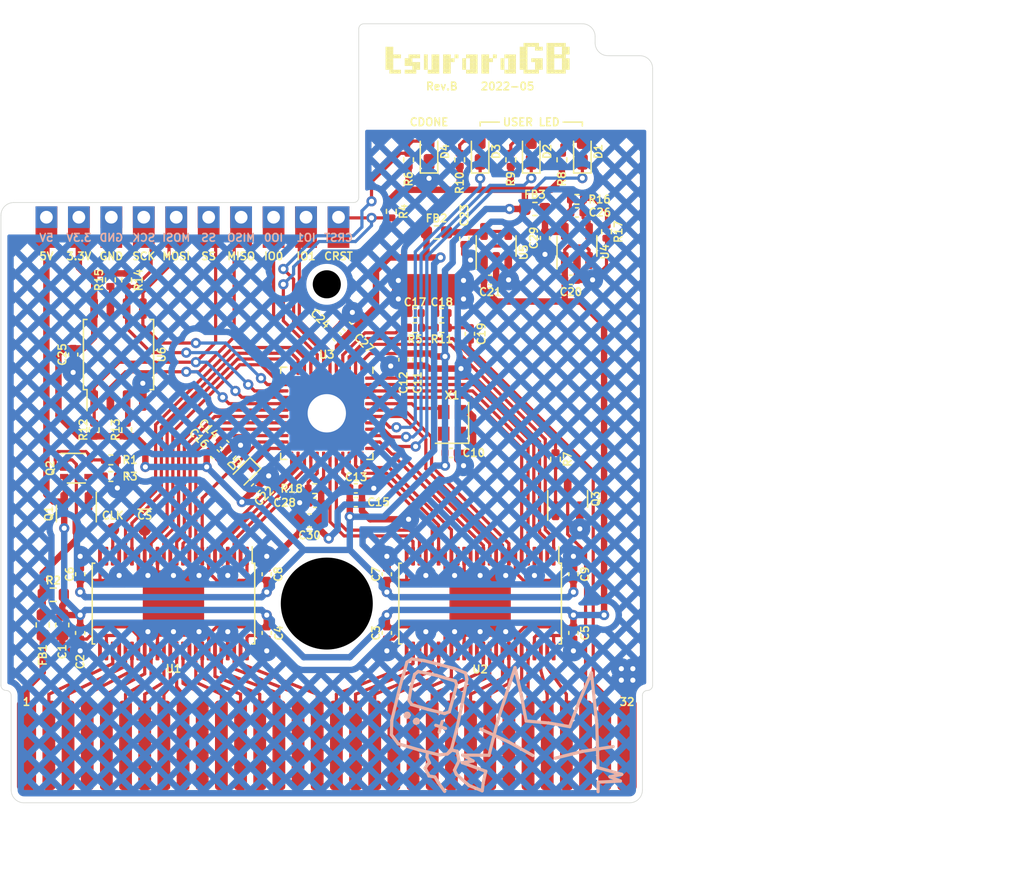
<source format=kicad_pcb>
(kicad_pcb (version 20211014) (generator pcbnew)
  (title_block (title "tsuraraGB main board") (rev "B"))
  (layers (0 "F.Cu" signal) (31 "B.Cu" power) (34 "B.Paste" user) (35 "F.Paste" user) (36 "B.SilkS" user "B.Silkscreen") (37 "F.SilkS" user "F.Silkscreen") (38 "B.Mask" user) (39 "F.Mask" user) (44 "Edge.Cuts" user))
  (net 0 "")
  (net 1 "+5V")
  (net 2 "GND")
  (net 3 "+3V3")
  (net 4 "+1V2")
  (net 5 "/CDONE")
  (net 6 "/VCC")
  (net 7 "/DV-VIN")
  (net 8 "/CB-CLK")
  (net 9 "/CB-~{WR}")
  (net 10 "/CB-~{RD}")
  (net 11 "/CB-~{CS}")
  (net 12 "/CB-A0")
  (net 13 "/CB-A1")
  (net 14 "/CB-A2")
  (net 15 "/CB-A3")
  (net 16 "/CB-A4")
  (net 17 "/CB-A5")
  (net 18 "/CB-A6")
  (net 19 "/CB-A7")
  (net 20 "/CB-A8")
  (net 21 "/CB-A9")
  (net 22 "/CB-A10")
  (net 23 "/CB-A11")
  (net 24 "/CB-A12")
  (net 25 "/CB-A13")
  (net 26 "/CB-A14")
  (net 27 "/CB-A15")
  (net 28 "/CB-D0")
  (net 29 "/CB-D1")
  (net 30 "/CB-D2")
  (net 31 "/CB-D3")
  (net 32 "/CB-D4")
  (net 33 "/CB-D5")
  (net 34 "/CB-D6")
  (net 35 "Net-(Q1-Pad1)")
  (net 36 "/CB-D7")
  (net 37 "/CB-~{RST}")
  (net 38 "/CB-VIN")
  (net 39 "/SPI-SCK")
  (net 40 "/1V2VO")
  (net 41 "/3V3VO")
  (net 42 "/VPP")
  (net 43 "/VCCPLL")
  (net 44 "/RGB0")
  (net 45 "Net-(D2-Pad2)")
  (net 46 "/RGB1")
  (net 47 "Net-(D3-Pad2)")
  (net 48 "/RGB2")
  (net 49 "/SPI-MOSI")
  (net 50 "/SPI-SS")
  (net 51 "/SPI-MISO")
  (net 52 "/DV-~{RST}")
  (net 53 "/DV-CLK")
  (net 54 "/DV-~{CS}")
  (net 55 "/DV-A10")
  (net 56 "/DV-A9")
  (net 57 "/DV-A8")
  (net 58 "/DV-A7")
  (net 59 "/DV-A6")
  (net 60 "/~{CRESET}")
  (net 61 "/DIR")
  (net 62 "/DV-A5")
  (net 63 "/DV-A4")
  (net 64 "/DV-A3")
  (net 65 "/DV-A2")
  (net 66 "/DV-A1")
  (net 67 "/DV-A0")
  (net 68 "/DV-~{RD}")
  (net 69 "/DV-~{WR}")
  (net 71 "/DV-D7")
  (net 72 "/DV-D6")
  (net 73 "/DV-D5")
  (net 74 "/DV-D4")
  (net 75 "/DV-D3")
  (net 76 "/DV-D2")
  (net 77 "/DV-D1")
  (net 78 "/DV-D0")
  (net 80 "Net-(C17-Pad1)")
  (net 83 "/IO1")
  (net 84 "/IO0")
  (net 85 "/DV-A15")
  (net 86 "/DV-A14")
  (net 87 "/DV-A13")
  (net 88 "/DV-A12")
  (net 89 "/DV-A11")
  (net 90 "/SYSCLK")
  (net 91 "Net-(C18-Pad1)")
  (net 92 "Net-(C26-Pad2)")
  (net 93 "Net-(D1-Pad2)")
  (net 95 "Net-(Q2-Pad2)")
  (net 96 "Net-(Q3-Pad1)")
  (net 97 "Net-(R13-Pad2)")
  (net 98 "Net-(R15-Pad2)")
  (net 99 "/VCC0")
  (footprint "LED_SMD:LED_0603_1608Metric_Castellated" (layer "F.Cu") (at 80 44.5 90)
    (fp_text reference "D1")
    (fp_text value "SML-E12V8WT86")
  )
  (footprint "LED_SMD:LED_0603_1608Metric_Castellated" (layer "F.Cu") (at 76 44.5 90)
    (fp_text reference "D2")
    (fp_text value "SML-E12P8WT86")
  )
  (footprint "LED_SMD:LED_0603_1608Metric_Castellated" (layer "F.Cu") (at 72 44.5 90)
    (fp_text reference "D3")
    (fp_text value "SMLE13BC8TT86")
  )
  (footprint "Resistor_SMD:R_0402_1005Metric" (layer "F.Cu") (at 78.4 45.15 90)
    (fp_text reference "R8")
    (fp_text value "2.2kΩ")
  )
  (footprint "Resistor_SMD:R_0402_1005Metric" (layer "F.Cu") (at 74.4 45.15 90)
    (fp_text reference "R9")
    (fp_text value "680Ω")
  )
  (footprint "Capacitor_SMD:C_0603_1608Metric" (layer "F.Cu") (at 39.3 81.575 -90)
    (fp_text reference "C1")
    (fp_text value "10μF")
  )
  (footprint "Capacitor_SMD:C_0402_1005Metric" (layer "F.Cu") (at 40.7 82.2 -90)
    (fp_text reference "C2")
    (fp_text value "0.1μF")
  )
  (footprint "Capacitor_SMD:C_0402_1005Metric" (layer "F.Cu") (at 64.7 82.2 -90)
    (fp_text reference "C3")
    (fp_text value "0.1μF")
  )
  (footprint "Capacitor_SMD:C_0402_1005Metric" (layer "F.Cu") (at 55.3 82.2 -90)
    (fp_text reference "C4")
    (fp_text value "0.1μF")
  )
  (footprint "Capacitor_SMD:C_0402_1005Metric" (layer "F.Cu") (at 79.3 82.2 -90)
    (fp_text reference "C5")
    (fp_text value "0.1μF")
  )
  (footprint "Capacitor_SMD:C_0402_1005Metric" (layer "F.Cu") (at 40.7 77.6 90)
    (fp_text reference "C6")
    (fp_text value "0.1μF")
  )
  (footprint "Capacitor_SMD:C_0402_1005Metric" (layer "F.Cu") (at 64.7 77.6 90)
    (fp_text reference "C7")
    (fp_text value "0.1μF")
  )
  (footprint "Capacitor_SMD:C_0402_1005Metric" (layer "F.Cu") (at 55.3 77.6 90)
    (fp_text reference "C8")
    (fp_text value "0.1μF")
  )
  (footprint "Capacitor_SMD:C_0402_1005Metric" (layer "F.Cu") (at 79.3 77.6 90)
    (fp_text reference "C9")
    (fp_text value "0.1μF")
  )
  (footprint "Capacitor_SMD:C_0402_1005Metric" (layer "F.Cu") (at 62.275 71.95)
    (fp_text reference "C15")
    (fp_text value "1μF")
  )
  (footprint "Capacitor_SMD:C_0402_1005Metric" (layer "F.Cu") (at 66 60.8 -90)
    (fp_text reference "C12")
    (fp_text value "10nF")
  )
  (footprint "Capacitor_SMD:C_0402_1005Metric" (layer "F.Cu") (at 62.275 70.875)
    (fp_text reference "C13")
    (fp_text value "10nF")
  )
  (footprint "Capacitor_SMD:C_0402_1005Metric" (layer "F.Cu") (at 67.1 60.8 -90)
    (fp_text reference "C11")
    (fp_text value "1μF")
  )
  (footprint "Capacitor_SMD:C_0402_1005Metric" (layer "F.Cu") (at 60.8 59 135)
    (fp_text reference "C24")
    (fp_text value "10nF")
  )
  (footprint "Capacitor_SMD:C_0402_1005Metric" (layer "F.Cu") (at 59.08 72 180)
    (fp_text reference "C28")
    (fp_text value "0.1μF")
  )
  (footprint "Capacitor_SMD:C_0402_1005Metric" (layer "F.Cu") (at 61.6 58.2 135)
    (fp_text reference "C27")
    (fp_text value "1μF")
  )
  (footprint "Capacitor_SMD:C_0603_1608Metric" (layer "F.Cu") (at 58.65 73.4 180)
    (fp_text reference "C30")
    (fp_text value "10μF")
  )
  (footprint "LED_SMD:LED_0603_1608Metric_Castellated" (layer "F.Cu") (at 68 44.5 90)
    (fp_text reference "D4")
    (fp_text value "SML-E12Y8WT86")
  )
  (footprint "Package_TO_SOT_SMD:SOT-23" (layer "F.Cu") (at 78.85 71.7 90)
    (fp_text reference "Q3")
    (fp_text value "2N7002K")
  )
  (footprint "Resistor_SMD:R_0402_1005Metric" (layer "F.Cu") (at 41.795 66.29 90)
    (fp_text reference "R12")
    (fp_text value "10kΩ")
  )
  (footprint "Resistor_SMD:R_0402_1005Metric" (layer "F.Cu") (at 44.335 54.558 -90)
    (fp_text reference "R14")
    (fp_text value "10kΩ")
  )
  (footprint "Resistor_SMD:R_0402_1005Metric" (layer "F.Cu") (at 43.065 54.558 -90)
    (fp_text reference "R15")
    (fp_text value "10kΩ")
  )
  (footprint "Resistor_SMD:R_0402_1005Metric" (layer "F.Cu") (at 44.335 66.29 90)
    (fp_text reference "R13")
    (fp_text value "10kΩ")
  )
  (footprint "Package_SO:TSSOP-48_6.1x12.5mm_P0.5mm" (layer "F.Cu") (at 48 79.9 -90)
    (fp_text reference "U1")
    (fp_text value "TC74LCXR163245FT")
  )
  (footprint "Package_SO:TSSOP-48_6.1x12.5mm_P0.5mm" (layer "F.Cu") (at 72 79.9 -90)
    (fp_text reference "U2")
    (fp_text value "TC74LCXR163245FT")
  )
  (footprint "Package_DFN_QFN:QFN-48-1EP_7x7mm_P0.5mm_EP5.6x5.6mm" (layer "F.Cu") (at 60 65 -90)
    (fp_text reference "U3")
    (fp_text value "ICE40UP5K-SG48ITR")
  )
  (footprint "Resistor_SMD:R_0402_1005Metric" (layer "F.Cu") (at 65.05 49.19 -90)
    (fp_text reference "R4")
    (fp_text value "10kΩ")
  )
  (footprint "Capacitor_SMD:C_0402_1005Metric" (layer "F.Cu") (at 71.2 58.78 90)
    (fp_text reference "C19")
    (fp_text value "1uF")
  )
  (footprint "Resistor_SMD:R_0402_1005Metric" (layer "F.Cu") (at 66.905 58.3 180)
    (fp_text reference "R5")
    (fp_text value "8.2kΩ")
  )
  (footprint "Package_TO_SOT_SMD:SOT-23-5" (layer "F.Cu") (at 73.25 51.9 90)
    (fp_text reference "U5")
    (fp_text value "TPS79901DDCR")
  )
  (footprint "Package_TO_SOT_SMD:SOT-23-5" (layer "F.Cu") (at 79.575 51.9 90)
    (fp_text reference "U4")
    (fp_text value "TPS79901DDCR")
  )
  (footprint "Capacitor_SMD:C_0402_1005Metric" (layer "F.Cu") (at 79.1 54.55)
    (fp_text reference "C20")
    (fp_text value "0.1μF")
  )
  (footprint "Capacitor_SMD:C_0402_1005Metric" (layer "F.Cu") (at 70.765001 51.305 -90)
    (fp_text reference "C23")
    (fp_text value "4.7μF")
  )
  (footprint "Capacitor_SMD:C_0402_1005Metric" (layer "F.Cu") (at 72.774999 54.55)
    (fp_text reference "C21")
    (fp_text value "0.1μF")
  )
  (footprint "Resistor_SMD:R_0402_1005Metric" (layer "F.Cu") (at 79.575 48.25)
    (fp_text reference "R16")
    (fp_text value "120kΩ")
  )
  (footprint "Resistor_SMD:R_0402_1005Metric" (layer "F.Cu") (at 81.89 50.78 -90)
    (fp_text reference "R17")
    (fp_text value "68kΩ")
  )
  (footprint "Capacitor_SMD:C_0402_1005Metric" (layer "F.Cu") (at 79.575 49.27)
    (fp_text reference "C26")
    (fp_text value "47pF")
  )
  (footprint "Resistor_SMD:R_0402_1005Metric" (layer "F.Cu") (at 77.9 68.6 -90)
    (fp_text reference "R7")
    (fp_text value "1kΩ")
  )
  (footprint "Capacitor_SMD:C_0402_1005Metric" (layer "F.Cu") (at 51.25 68.2 -45)
    (fp_text reference "C16")
    (fp_text value "1μF")
  )
  (footprint "Capacitor_SMD:C_0402_1005Metric" (layer "F.Cu") (at 52 67.45 -45)
    (fp_text reference "C14")
    (fp_text value "10nF")
  )
  (footprint "TestPoint:TestPoint_Pad_D1.0mm" (layer "F.Cu") (at 43.25 74.1)
    (fp_text reference "TP1" hide)
    (fp_text value "CLK")
  )
  (footprint "TestPoint:TestPoint_Pad_D1.0mm" (layer "F.Cu") (at 45.75 74.1)
    (fp_text reference "TP2" hide)
    (fp_text value "~{CS}" hide)
  )
  (footprint "PinHeader:PinHeader-10P-Sidemount" (layer "F.Cu") (at 38.056 50.421)
    (fp_text reference "J2" hide)
    (fp_text value "PROG_PORT")
  )
  (footprint "Capacitor_SMD:C_0402_1005Metric" (layer "F.Cu") (at 54.439411 70.860589 45)
    (fp_text reference "C22")
    (fp_text value "0.1μF")
  )
  (footprint "Resistor_SMD:R_0402_1005Metric" (layer "F.Cu") (at 66.4 45.15 90)
    (fp_text reference "R6")
    (fp_text value "2.2kΩ")
  )
  (footprint "Capacitor_SMD:C_0402_1005Metric" (layer "F.Cu") (at 77.075 51.275 -90)
    (fp_text reference "C29")
    (fp_text value "4.7μF")
  )
  (footprint "Resistor_SMD:R_0402_1005Metric" (layer "F.Cu") (at 59.05 70.9 180)
    (fp_text reference "R18")
    (fp_text value "100Ω")
  )
  (footprint "Resistor_SMD:R_0402_1005Metric" (layer "F.Cu") (at 70.4 45.15 90)
    (fp_text reference "R10")
    (fp_text value "4.7kΩ")
  )
  (footprint "Capacitor_SMD:C_0402_1005Metric" (layer "F.Cu") (at 40.15 60.4 -90)
    (fp_text reference "C25")
    (fp_text value "0.1μF")
  )
  (footprint "Package_SO:SOIC-8_5.275x5.275mm_P1.27mm" (layer "F.Cu") (at 43.7 60.4 90)
    (fp_text reference "U6")
    (fp_text value "W25Q80DVSSIG")
  )
  (footprint "Capacitor_SMD:C_0402_1005Metric" (layer "F.Cu") (at 69.73 68.1)
    (fp_text reference "C10")
    (fp_text value "0.1μF")
  )
  (footprint "Inductor_SMD:L_0603_1608Metric" (layer "F.Cu") (at 76.2875 49 180)
    (fp_text reference "FB3")
    (fp_text value "MPZ1608S601ATA00")
  )
  (footprint "Package_TO_SOT_SMD:SOT-23" (layer "F.Cu") (at 40.4 72.85 -90)
    (fp_text reference "Q1")
    (fp_text value "DMG3415U")
  )
  (footprint "Resistor_SMD:R_0603_1608Metric" (layer "F.Cu") (at 38.595 79.21)
    (fp_text reference "R2")
    (fp_text value "DNP")
  )
  (footprint "Resistor_SMD:R_0402_1005Metric" (layer "F.Cu") (at 69.005 58.3 180)
    (fp_text reference "R11")
    (fp_text value "8.2kΩ")
  )
  (footprint "Resistor_SMD:R_0402_1005Metric" (layer "F.Cu") (at 43.1 69.95)
    (fp_text reference "R3")
    (fp_text value "12kΩ")
  )
  (footprint "Resistor_SMD:R_0402_1005Metric" (layer "F.Cu") (at 43.1 68.65)
    (fp_text reference "R1")
    (fp_text value "12kΩ")
  )
  (footprint "Diode_SMD:D_SOD-523" (layer "F.Cu") (at 53.6 69.7 -135)
    (fp_text reference "D5")
    (fp_text value "BAT43XV2")
  )
  (footprint "Inductor_SMD:L_0603_1608Metric" (layer "F.Cu") (at 37.77 81.575 90)
    (fp_text reference "FB1")
    (fp_text value "MPZ1608S601ATA00")
  )
  (footprint "GB-CardEdge:GB-CardEdge" (layer "F.Cu") (at 60 65)
    (fp_text reference "J1" hide)
    (fp_text value "GB-CardEdge")
  )
  (footprint "Capacitor_SMD:C_0402_1005Metric" (layer "F.Cu") (at 66.905 57.15 180)
    (fp_text reference "C17")
    (fp_text value "1nF")
  )
  (footprint "Package_TO_SOT_SMD:SOT-353_SC-70-5" (layer "F.Cu") (at 40.4 69.3)
    (fp_text reference "Q2")
    (fp_text value "HN4A56JU")
  )
  (footprint "Inductor_SMD:L_0603_1608Metric" (layer "F.Cu") (at 68.587499 50.8325 180)
    (fp_text reference "FB2")
    (fp_text value "MPZ1608S601ATA00")
  )
  (footprint "Capacitor_SMD:C_0402_1005Metric" (layer "F.Cu") (at 69.005 57.15 180)
    (fp_text reference "C18")
    (fp_text value "1nF")
  )
  (footprint "Oscillator:Oscillator_SMD_SeikoEpson_SG210-4Pin_2.5x2.0mm" (layer "F.Cu") (at 69.8 65.75 90)
    (fp_text reference "X1")
    (fp_text value "SG-210STF 20MHz")
  )
  (gr_line (start 67.170504 91.345901) (end 67.170504 91.345901) (layer "B.SilkS") (width 0.25))
  (gr_line (start 66.6 86.45) (end 66.6 86.45) (layer "B.SilkS") (width 0.25))
  (gr_line (start 74.727903 84.913001) (end 75.216303 87.023002) (layer "B.SilkS") (width 0.25))
  (gr_line (start 70.061302 85.965598) (end 70.061302 85.965598) (layer "B.SilkS") (width 0.25))
  (gr_line (start 67.909201 88.184798) (end 67.909201 88.184798) (layer "B.SilkS") (width 0.25))
  (gr_line (start 66.872601 85.444801) (end 67.150702 85.217801) (layer "B.SilkS") (width 0.25))
  (gr_line (start 65.083904 89.049399) (end 65.712605 86.4432) (layer "B.SilkS") (width 0.25))
  (gr_line (start 70.196003 91.463698) (end 70.341402 92.227396) (layer "B.SilkS") (width 0.25))
  (gr_line (start 65.712605 86.4432) (end 66.273905 84.490501) (layer "B.SilkS") (width 0.25))
  (gr_line (start 70.600803 92.356001) (end 71.447003 92.226801) (layer "B.SilkS") (width 0.25))
  (gr_line (start 71.447003 92.226801) (end 70.634903 91.765201) (layer "B.SilkS") (width 0.25))
  (gr_line (start 67.150702 85.217801) (end 68.573301 85.518001) (layer "B.SilkS") (width 0.25))
  (gr_line (start 74.227503 90.730601) (end 76.133602 91.800403) (layer "B.SilkS") (width 0.25))
  (gr_line (start 66.634501 87.805598) (end 66.634501 87.805598) (layer "B.SilkS") (width 0.25))
  (gr_line (start 67.150702 85.217801) (end 67.150702 85.217801) (layer "B.SilkS") (width 0.25))
  (gr_line (start 79.772503 87.509303) (end 80.712103 85.327403) (layer "B.SilkS") (width 0.25))
  (gr_line (start 66.449602 88.632804) (end 66.449602 88.632804) (layer "B.SilkS") (width 0.25))
  (gr_line (start 70.657305 87.410604) (end 70.657305 87.410604) (layer "B.SilkS") (width 0.25))
  (gr_line (start 81.224302 92.750002) (end 81.224302 92.750002) (layer "B.SilkS") (width 0.25))
  (gr_line (start 68.573301 85.518001) (end 70.061302 85.9656) (layer "B.SilkS") (width 0.25))
  (gr_line (start 79.772503 87.509303) (end 79.772503 87.509303) (layer "B.SilkS") (width 0.25))
  (gr_line (start 67.998505 93.397799) (end 68.465204 93.4802) (layer "B.SilkS") (width 0.25))
  (gr_line (start 74.727903 84.913001) (end 74.727903 84.913001) (layer "B.SilkS") (width 0.25))
  (gr_line (start 70.144302 93.274397) (end 70.144302 93.274397) (layer "B.SilkS") (width 0.25))
  (gr_line (start 69.422604 91.684203) (end 69.422604 91.684203) (layer "B.SilkS") (width 0.25))
  (gr_line (start 82.974403 93.799502) (end 81.239603 93.882201) (layer "B.SilkS") (width 0.25))
  (gr_line (start 69.422604 91.684203) (end 68.792803 91.752002) (layer "B.SilkS") (width 0.25))
  (gr_line (start 66.892902 89.224902) (end 66.892902 89.225001) (layer "B.SilkS") (width 0.25))
  (gr_line (start 67.909605 92.461798) (end 67.909605 92.461798) (layer "B.SilkS") (width 0.25))
  (gr_line (start 66.908203 89.004703) (end 66.908203 89.004703) (layer "B.SilkS") (width 0.25))
  (gr_line (start 69.798002 91.376498) (end 69.798002 91.376498) (layer "B.SilkS") (width 0.25))
  (gr_line (start 70.961905 85.826604) (end 70.657305 87.410604) (layer "B.SilkS") (width 0.25))
  (gr_line (start 67.132902 89.215804) (end 67.165003 89.087703) (layer "B.SilkS") (width 0.25))
  (gr_line (start 70.961905 85.826604) (end 70.961905 85.826604) (layer "B.SilkS") (width 0.25))
  (gr_line (start 70.061302 85.965598) (end 70.061302 85.965598) (layer "B.SilkS") (width 0.25))
  (gr_line (start 66.275803 88.798606) (end 66.275803 88.798606) (layer "B.SilkS") (width 0.25))
  (gr_line (start 68.809105 84.672403) (end 70.002405 84.992504) (layer "B.SilkS") (width 0.25))
  (gr_line (start 66.1915 88.518903) (end 66.1414 88.623504) (layer "B.SilkS") (width 0.25))
  (gr_line (start 71.128103 94.142298) (end 71.128103 94.142298) (layer "B.SilkS") (width 0.25))
  (gr_line (start 66.856903 89.103904) (end 66.856903 89.103904) (layer "B.SilkS") (width 0.25))
  (gr_line (start 65.056103 90.1692) (end 65.083904 89.049399) (layer "B.SilkS") (width 0.25))
  (gr_line (start 75.595003 89.091102) (end 77.361803 89.251803) (layer "B.SilkS") (width 0.25))
  (gr_line (start 82.156403 93.4634) (end 82.156403 93.4634) (layer "B.SilkS") (width 0.25))
  (gr_line (start 69.215601 88.510798) (end 67.909201 88.184798) (layer "B.SilkS") (width 0.25))
  (gr_line (start 81.224302 92.750002) (end 83.076603 93.272101) (layer "B.SilkS") (width 0.25))
  (gr_line (start 70.341402 92.227396) (end 69.993603 92.942698) (layer "B.SilkS") (width 0.25))
  (gr_line (start 67.112503 88.998801) (end 67.015003 88.959502) (layer "B.SilkS") (width 0.25))
  (gr_line (start 68.723204 93.917502) (end 69.224903 94.6085) (layer "B.SilkS") (width 0.25))
  (gr_line (start 70.600803 92.356001) (end 70.600803 92.356001) (layer "B.SilkS") (width 0.25))
  (gr_line (start 69.765404 91.256904) (end 69.765404 91.256904) (layer "B.SilkS") (width 0.25))
  (gr_line (start 67.836002 91.928302) (end 68.036703 92.374999) (layer "B.SilkS") (width 0.25))
  (gr_line (start 68.522604 89.431003) (end 68.953903 89.564502) (layer "B.SilkS") (width 0.25))
  (gr_line (start 72.050404 89.732902) (end 74.227503 90.730601) (layer "B.SilkS") (width 0.25))
  (gr_line (start 66.275803 88.798606) (end 66.275803 88.798606) (layer "B.SilkS") (width 0.25))
  (gr_line (start 66.634501 87.805598) (end 66.428801 87.487399) (layer "B.SilkS") (width 0.25))
  (gr_line (start 72.161305 94.562502) (end 72.237604 93.957804) (layer "B.SilkS") (width 0.25))
  (gr_line (start 68.465204 93.4802) (end 68.465204 93.4802) (layer "B.SilkS") (width 0.25))
  (gr_line (start 70.855005 85.334804) (end 70.961905 85.826604) (layer "B.SilkS") (width 0.25))
  (gr_line (start 70.196003 91.463698) (end 70.196003 91.463698) (layer "B.SilkS") (width 0.25))
  (gr_line (start 71.447003 92.226801) (end 71.447003 92.226801) (layer "B.SilkS") (width 0.25))
  (gr_line (start 70.206104 89.559104) (end 69.765404 91.256904) (layer "B.SilkS") (width 0.25))
  (gr_line (start 80.712103 85.327403) (end 80.712103 85.327403) (layer "B.SilkS") (width 0.25))
  (gr_line (start 82.409203 91.1015) (end 80.023502 91.470801) (layer "B.SilkS") (width 0.25))
  (gr_line (start 66.996702 89.272002) (end 66.996702 89.272002) (layer "B.SilkS") (width 0.25))
  (gr_line (start 69.993603 92.942698) (end 69.993603 92.942698) (layer "B.SilkS") (width 0.25))
  (gr_line (start 80.712103 85.327403) (end 81.132902 89.355304) (layer "B.SilkS") (width 0.25))
  (gr_line (start 67.112503 88.998801) (end 67.112503 88.998801) (layer "B.SilkS") (width 0.25))
  (gr_line (start 67.170504 91.345901) (end 65.587204 90.874099) (layer "B.SilkS") (width 0.25))
  (gr_line (start 66.428801 87.487399) (end 66.428801 87.487399) (layer "B.SilkS") (width 0.25))
  (gr_line (start 74.227503 90.730601) (end 74.227503 90.730601) (layer "B.SilkS") (width 0.25))
  (gr_line (start 72.438004 93.030703) (end 70.600803 92.356001) (layer "B.SilkS") (width 0.25))
  (gr_line (start 75.216303 87.023002) (end 75.595003 89.091102) (layer "B.SilkS") (width 0.25))
  (gr_line (start 65.712605 86.4432) (end 65.712605 86.4432) (layer "B.SilkS") (width 0.25))
  (gr_line (start 68.465204 93.4802) (end 68.723204 93.917502) (layer "B.SilkS") (width 0.25))
  (gr_line (start 73.421204 88.911799) (end 73.421204 88.911799) (layer "B.SilkS") (width 0.25))
  (gr_line (start 67.614304 84.3686) (end 68.809103 84.672401) (layer "B.SilkS") (width 0.25))
  (gr_line (start 69.530602 91.602397) (end 69.798002 91.376498) (layer "B.SilkS") (width 0.25))
  (gr_line (start 70.634903 91.765201) (end 72.695103 91.777999) (layer "B.SilkS") (width 0.25))
  (gr_line (start 66.290501 88.483703) (end 66.290501 88.483703) (layer "B.SilkS") (width 0.25))
  (gr_line (start 69.798002 91.376498) (end 70.196003 91.463698) (layer "B.SilkS") (width 0.25))
  (gr_line (start 82.156403 93.4634) (end 82.974403 93.799502) (layer "B.SilkS") (width 0.25))
  (gr_line (start 68.953903 89.564502) (end 69.291603 89.679202) (layer "B.SilkS") (width 0.25))
  (gr_line (start 77.361803 89.251803) (end 77.361803 89.251803) (layer "B.SilkS") (width 0.25))
  (gr_line (start 66.892902 89.225001) (end 66.892902 89.225001) (layer "B.SilkS") (width 0.25))
  (gr_line (start 66.290501 88.483703) (end 66.1915 88.518903) (layer "B.SilkS") (width 0.25))
  (gr_line (start 83.076603 93.272101) (end 83.076603 93.272101) (layer "B.SilkS") (width 0.25))
  (gr_line (start 68.036705 92.374999) (end 67.909605 92.461798) (layer "B.SilkS") (width 0.25))
  (gr_line (start 67.614304 84.3686) (end 67.614304 84.3686) (layer "B.SilkS") (width 0.25))
  (gr_line (start 70.166502 86.255399) (end 69.874302 87.336398) (layer "B.SilkS") (width 0.25))
  (gr_line (start 83.076603 93.272101) (end 82.156403 93.4634) (layer "B.SilkS") (width 0.25))
  (gr_line (start 68.809105 84.672403) (end 68.809105 84.672403) (layer "B.SilkS") (width 0.25))
  (gr_line (start 70.002405 84.992504) (end 70.002405 84.992504) (layer "B.SilkS") (width 0.25))
  (gr_line (start 79.006603 89.537402) (end 79.772503 87.509303) (layer "B.SilkS") (width 0.25))
  (gr_line (start 67.702105 92.793898) (end 67.702105 92.793898) (layer "B.SilkS") (width 0.25))
  (gr_line (start 67.015003 88.959502) (end 66.908203 89.004703) (layer "B.SilkS") (width 0.25))
  (gr_line (start 66.449602 88.632804) (end 66.388802 88.515603) (layer "B.SilkS") (width 0.25))
  (gr_line (start 68.953903 89.564502) (end 68.953903 89.564502) (layer "B.SilkS") (width 0.25))
  (gr_line (start 69.874302 87.336398) (end 69.874302 87.336398) (layer "B.SilkS") (width 0.25))
  (gr_line (start 66.6 86.45) (end 66.872601 85.444801) (layer "B.SilkS") (width 0.25))
  (gr_line (start 65.587204 90.874099) (end 65.587204 90.874099) (layer "B.SilkS") (width 0.25))
  (gr_line (start 68.792803 91.752002) (end 68.792803 91.752002) (layer "B.SilkS") (width 0.25))
  (gr_line (start 69.765404 91.256904) (end 69.422604 91.684203) (layer "B.SilkS") (width 0.25))
  (gr_line (start 72.695103 91.777999) (end 73.421204 88.911799) (layer "B.SilkS") (width 0.25))
  (gr_line (start 81.132902 89.355304) (end 81.224302 92.750002) (layer "B.SilkS") (width 0.25))
  (gr_line (start 68.789703 89.971801) (end 68.908703 89.533) (layer "B.SilkS") (width 0.25))
  (gr_line (start 75.595003 89.091102) (end 75.595003 89.091102) (layer "B.SilkS") (width 0.25))
  (gr_line (start 75.216303 87.023002) (end 75.216303 87.023002) (layer "B.SilkS") (width 0.25))
  (gr_line (start 69.215601 88.510798) (end 69.215601 88.510798) (layer "B.SilkS") (width 0.25))
  (gr_line (start 66.658505 84.2378) (end 67.614304 84.3686) (layer "B.SilkS") (width 0.25))
  (gr_line (start 67.015003 88.959502) (end 67.015003 88.959502) (layer "B.SilkS") (width 0.25))
  (gr_line (start 70.341402 92.227396) (end 70.341402 92.227396) (layer "B.SilkS") (width 0.25))
  (gr_line (start 70.206104 89.559104) (end 70.206104 89.559104) (layer "B.SilkS") (width 0.25))
  (gr_line (start 80.023502 91.470801) (end 80.023502 91.470801) (layer "B.SilkS") (width 0.25))
  (gr_line (start 68.809105 84.672403) (end 68.809105 84.672403) (layer "B.SilkS") (width 0.25))
  (gr_line (start 70.061302 85.965598) (end 70.166502 86.255399) (layer "B.SilkS") (width 0.25))
  (gr_line (start 67.998505 93.397799) (end 67.998505 93.397799) (layer "B.SilkS") (width 0.25))
  (gr_line (start 65.056103 90.1692) (end 65.056103 90.1692) (layer "B.SilkS") (width 0.25))
  (gr_line (start 66.273905 84.490501) (end 66.658505 84.2378) (layer "B.SilkS") (width 0.25))
  (gr_line (start 66.388802 88.515603) (end 66.388802 88.515603) (layer "B.SilkS") (width 0.25))
  (gr_line (start 66.1915 88.518903) (end 66.1915 88.518903) (layer "B.SilkS") (width 0.25))
  (gr_line (start 66.1414 88.623504) (end 66.1414 88.623504) (layer "B.SilkS") (width 0.25))
  (gr_line (start 67.132902 89.215804) (end 67.132902 89.215804) (layer "B.SilkS") (width 0.25))
  (gr_line (start 66.388802 88.515603) (end 66.290501 88.483703) (layer "B.SilkS") (width 0.25))
  (gr_line (start 66.1414 88.623504) (end 66.168701 88.731803) (layer "B.SilkS") (width 0.25))
  (gr_line (start 66.275803 88.798606) (end 66.384703 88.765105) (layer "B.SilkS") (width 0.25))
  (gr_line (start 67.702105 92.793898) (end 67.998505 93.397799) (layer "B.SilkS") (width 0.25))
  (gr_line (start 80.023502 91.470801) (end 77.865402 92.0087) (layer "B.SilkS") (width 0.25))
  (gr_line (start 65.587204 90.874099) (end 65.056103 90.1692) (layer "B.SilkS") (width 0.25))
  (gr_line (start 73.421204 88.911799) (end 74.727903 84.913001) (layer "B.SilkS") (width 0.25))
  (gr_line (start 66.428801 87.487399) (end 66.6 86.45) (layer "B.SilkS") (width 0.25))
  (gr_line (start 68.573301 85.518001) (end 68.573301 85.518001) (layer "B.SilkS") (width 0.25))
  (gr_line (start 67.165003 89.087703) (end 67.112503 88.998801) (layer "B.SilkS") (width 0.25))
  (gr_line (start 70.657305 87.410604) (end 70.206104 89.559104) (layer "B.SilkS") (width 0.25))
  (gr_line (start 72.438004 93.030703) (end 72.438004 93.030703) (layer "B.SilkS") (width 0.25))
  (gr_line (start 69.874302 87.336398) (end 69.586102 88.377498) (layer "B.SilkS") (width 0.25))
  (gr_line (start 68.723204 93.917502) (end 68.723204 93.917502) (layer "B.SilkS") (width 0.25))
  (gr_line (start 66.384703 88.765105) (end 66.384703 88.765105) (layer "B.SilkS") (width 0.25))
  (gr_line (start 66.658505 84.2378) (end 66.658505 84.2378) (layer "B.SilkS") (width 0.25))
  (gr_line (start 66.892902 89.225001) (end 66.996702 89.272002) (layer "B.SilkS") (width 0.25))
  (gr_line (start 72.695103 91.777999) (end 72.695103 91.777999) (layer "B.SilkS") (width 0.25))
  (gr_line (start 68.908703 89.533) (end 69.033703 89.130599) (layer "B.SilkS") (width 0.25))
  (gr_line (start 65.083904 89.049399) (end 65.083904 89.049399) (layer "B.SilkS") (width 0.25))
  (gr_line (start 70.002405 84.992504) (end 70.855005 85.334804) (layer "B.SilkS") (width 0.25))
  (gr_line (start 81.239603 93.882201) (end 81.239603 93.882201) (layer "B.SilkS") (width 0.25))
  (gr_line (start 66.908203 89.004703) (end 66.856903 89.103904) (layer "B.SilkS") (width 0.25))
  (gr_line (start 77.361803 89.251803) (end 79.006603 89.537402) (layer "B.SilkS") (width 0.25))
  (gr_line (start 66.168701 88.731803) (end 66.168701 88.731803) (layer "B.SilkS") (width 0.25))
  (gr_line (start 82.974403 93.799502) (end 82.974403 93.799502) (layer "B.SilkS") (width 0.25))
  (gr_line (start 69.586102 88.377498) (end 69.215601 88.510798) (layer "B.SilkS") (width 0.25))
  (gr_line (start 67.878702 91.540801) (end 67.836002 91.928302) (layer "B.SilkS") (width 0.25))
  (gr_line (start 72.237604 93.957804) (end 72.438004 93.030703) (layer "B.SilkS") (width 0.25))
  (gr_line (start 67.909201 88.184798) (end 66.634501 87.805598) (layer "B.SilkS") (width 0.25))
  (gr_line (start 67.909605 92.461798) (end 67.702105 92.793898) (layer "B.SilkS") (width 0.25))
  (gr_line (start 69.993603 92.942698) (end 70.144302 93.274397) (layer "B.SilkS") (width 0.25))
  (gr_line (start 81.239603 93.882201) (end 81.229603 94.630099) (layer "B.SilkS") (width 0.25))
  (gr_line (start 79.006603 89.537402) (end 79.006603 89.537402) (layer "B.SilkS") (width 0.25))
  (gr_line (start 70.855005 85.334804) (end 70.855005 85.334804) (layer "B.SilkS") (width 0.25))
  (gr_line (start 66.384703 88.765105) (end 66.449602 88.632804) (layer "B.SilkS") (width 0.25))
  (gr_line (start 68.908703 89.533) (end 68.908703 89.533) (layer "B.SilkS") (width 0.25))
  (gr_line (start 66.273905 84.490501) (end 66.273905 84.490501) (layer "B.SilkS") (width 0.25))
  (gr_line (start 66.168701 88.731803) (end 66.275803 88.798602) (layer "B.SilkS") (width 0.25))
  (gr_line (start 72.237604 93.957804) (end 72.237604 93.957804) (layer "B.SilkS") (width 0.25))
  (gr_line (start 66.996702 89.272002) (end 67.132902 89.215804) (layer "B.SilkS") (width 0.25))
  (gr_line (start 69.586102 88.377498) (end 69.586102 88.377498) (layer "B.SilkS") (width 0.25))
  (gr_line (start 70.634903 91.765201) (end 70.634903 91.765201) (layer "B.SilkS") (width 0.25))
  (gr_line (start 66.856903 89.103904) (end 66.892902 89.224902) (layer "B.SilkS") (width 0.25))
  (gr_line (start 67.836002 91.928302) (end 67.836002 91.928302) (layer "B.SilkS") (width 0.25))
  (gr_line (start 68.792803 91.752002) (end 67.170504 91.345901) (layer "B.SilkS") (width 0.25))
  (gr_line (start 70.166502 86.255399) (end 70.166502 86.255399) (layer "B.SilkS") (width 0.25))
  (gr_line (start 67.165003 89.087703) (end 67.165003 89.087703) (layer "B.SilkS") (width 0.25))
  (gr_line (start 66.872601 85.444801) (end 66.872601 85.444801) (layer "B.SilkS") (width 0.25))
  (gr_line (start 81.132902 89.355304) (end 81.132902 89.355304) (layer "B.SilkS") (width 0.25))
  (gr_line (start 71.128103 94.142298) (end 72.161303 94.562499) (layer "B.SilkS") (width 0.25))
  (gr_line (start 70.144302 93.274397) (end 71.128103 94.142298) (layer "B.SilkS") (width 0.25))
  (gr_poly (pts (xy 77.8 38.1) (xy 77.5 38.1) (xy 77.5 37.8) (xy 77.8 37.8)) (layer "F.SilkS") (width 0) (fill solid))
  (gr_poly (pts (xy 78.1 36.3) (xy 77.8 36.3) (xy 77.8 36) (xy 78.1 36)) (layer "F.SilkS") (width 0) (fill solid))
  (gr_poly (pts (xy 75.7 37.2) (xy 75.4 37.2) (xy 75.4 36.9) (xy 75.7 36.9)) (layer "F.SilkS") (width 0) (fill solid))
  (gr_poly (pts (xy 68.8 37.8) (xy 68.5 37.8) (xy 68.5 37.5) (xy 68.8 37.5)) (layer "F.SilkS") (width 0) (fill solid))
  (gr_poly (pts (xy 71.5 38.1) (xy 71.2 38.1) (xy 71.2 37.8) (xy 71.5 37.8)) (layer "F.SilkS") (width 0) (fill solid))
  (gr_poly (pts (xy 74.5 37.8) (xy 74.2 37.8) (xy 74.2 37.5) (xy 74.5 37.5)) (layer "F.SilkS") (width 0) (fill solid))
  (gr_poly (pts (xy 77.5 37.5) (xy 77.2 37.5) (xy 77.2 37.2) (xy 77.5 37.2)) (layer "F.SilkS") (width 0) (fill solid))
  (gr_poly (pts (xy 69.7 38.1) (xy 69.4 38.1) (xy 69.4 37.8) (xy 69.7 37.8)) (layer "F.SilkS") (width 0) (fill solid))
  (gr_poly (pts (xy 65.5 38.4) (xy 65.2 38.4) (xy 65.2 38.1) (xy 65.5 38.1)) (layer "F.SilkS") (width 0) (fill solid))
  (gr_poly (pts (xy 71.2 37.2) (xy 70.9 37.2) (xy 70.9 36.9) (xy 71.2 36.9)) (layer "F.SilkS") (width 0) (fill solid))
  (gr_poly (pts (xy 73.9 37.5) (xy 73.6 37.5) (xy 73.6 37.2) (xy 73.9 37.2)) (layer "F.SilkS") (width 0) (fill solid))
  (gr_poly (pts (xy 68.8 38.4) (xy 68.5 38.4) (xy 68.5 38.1) (xy 68.8 38.1)) (layer "F.SilkS") (width 0) (fill solid))
  (gr_poly (pts (xy 77.8 36.3) (xy 77.5 36.3) (xy 77.5 36) (xy 77.8 36)) (layer "F.SilkS") (width 0) (fill solid))
  (gr_poly (pts (xy 72.4 38.1) (xy 72.1 38.1) (xy 72.1 37.8) (xy 72.4 37.8)) (layer "F.SilkS") (width 0) (fill solid))
  (gr_poly (pts (xy 77.8 36.6) (xy 77.5 36.6) (xy 77.5 36.3) (xy 77.8 36.3)) (layer "F.SilkS") (width 0) (fill solid))
  (gr_poly (pts (xy 72.4 38.4) (xy 72.1 38.4) (xy 72.1 38.1) (xy 72.4 38.1)) (layer "F.SilkS") (width 0) (fill solid))
  (gr_poly (pts (xy 69.7 37.2) (xy 69.4 37.2) (xy 69.4 36.9) (xy 69.7 36.9)) (layer "F.SilkS") (width 0) (fill solid))
  (gr_poly (pts (xy 66.7 37.8) (xy 66.4 37.8) (xy 66.4 37.5) (xy 66.7 37.5)) (layer "F.SilkS") (width 0) (fill solid))
  (gr_poly (pts (xy 77.8 37.2) (xy 77.5 37.2) (xy 77.5 36.9) (xy 77.8 36.9)) (layer "F.SilkS") (width 0) (fill solid))
  (gr_poly (pts (xy 65.2 37.8) (xy 64.9 37.8) (xy 64.9 37.5) (xy 65.2 37.5)) (layer "F.SilkS") (width 0) (fill solid))
  (gr_poly (pts (xy 67.9 37.2) (xy 67.6 37.2) (xy 67.6 36.9) (xy 67.9 36.9)) (layer "F.SilkS") (width 0) (fill solid))
  (gr_poly (pts (xy 65.2 37.5) (xy 64.9 37.5) (xy 64.9 37.2) (xy 65.2 37.2)) (layer "F.SilkS") (width 0) (fill solid))
  (gr_poly (pts (xy 65.8 38.4) (xy 65.5 38.4) (xy 65.5 38.1) (xy 65.8 38.1)) (layer "F.SilkS") (width 0) (fill solid))
  (gr_line (start 73.5 42.2) (end 72 42.2) (layer "F.SilkS") (width 0.12))
  (gr_poly (pts (xy 73.9 37.8) (xy 73.6 37.8) (xy 73.6 37.5) (xy 73.9 37.5)) (layer "F.SilkS") (width 0) (fill solid))
  (gr_poly (pts (xy 68.5 38.4) (xy 68.2 38.4) (xy 68.2 38.1) (xy 68.5 38.1)) (layer "F.SilkS") (width 0) (fill solid))
  (gr_poly (pts (xy 67.9 37.8) (xy 67.6 37.8) (xy 67.6 37.5) (xy 67.9 37.5)) (layer "F.SilkS") (width 0) (fill solid))
  (gr_poly (pts (xy 76.6 37.5) (xy 76.3 37.5) (xy 76.3 37.2) (xy 76.6 37.2)) (layer "F.SilkS") (width 0) (fill solid))
  (gr_poly (pts (xy 75.4 36.6) (xy 75.1 36.6) (xy 75.1 36.3) (xy 75.4 36.3)) (layer "F.SilkS") (width 0) (fill solid))
  (gr_poly (pts (xy 68.5 37.8) (xy 68.2 37.8) (xy 68.2 37.5) (xy 68.5 37.5)) (layer "F.SilkS") (width 0) (fill solid))
  (gr_poly (pts (xy 74.5 38.1) (xy 74.2 38.1) (xy 74.2 37.8) (xy 74.5 37.8)) (layer "F.SilkS") (width 0) (fill solid))
  (gr_poly (pts (xy 69.7 37.5) (xy 69.4 37.5) (xy 69.4 37.2) (xy 69.7 37.2)) (layer "F.SilkS") (width 0) (fill solid))
  (gr_poly (pts (xy 70.9 37.8) (xy 70.6 37.8) (xy 70.6 37.5) (xy 70.9 37.5)) (layer "F.SilkS") (width 0) (fill solid))
  (gr_poly (pts (xy 76.9 38.1) (xy 76.6 38.1) (xy 76.6 37.8) (xy 76.9 37.8)) (layer "F.SilkS") (width 0) (fill solid))
  (gr_poly (pts (xy 72.7 37.5) (xy 72.4 37.5) (xy 72.4 37.2) (xy 72.7 37.2)) (layer "F.SilkS") (width 0) (fill solid))
  (gr_poly (pts (xy 79 38.1) (xy 78.7 38.1) (xy 78.7 37.8) (xy 79 37.8)) (layer "F.SilkS") (width 0) (fill solid))
  (gr_poly (pts (xy 67 38.4) (xy 66.7 38.4) (xy 66.7 38.1) (xy 67 38.1)) (layer "F.SilkS") (width 0) (fill solid))
  (gr_poly (pts (xy 74.2 37.2) (xy 73.9 37.2) (xy 73.9 36.9) (xy 74.2 36.9)) (layer "F.SilkS") (width 0) (fill solid))
  (gr_poly (pts (xy 77.5 36.6) (xy 77.2 36.6) (xy 77.2 36.3) (xy 77.5 36.3)) (layer "F.SilkS") (width 0) (fill solid))
  (gr_poly (pts (xy 66.4 37.8) (xy 66.1 37.8) (xy 66.1 37.5) (xy 66.4 37.5)) (layer "F.SilkS") (width 0) (fill solid))
  (gr_poly (pts (xy 71.5 38.4) (xy 71.2 38.4) (xy 71.2 38.1) (xy 71.5 38.1)) (layer "F.SilkS") (width 0) (fill solid))
  (gr_poly (pts (xy 66.4 38.4) (xy 66.1 38.4) (xy 66.1 38.1) (xy 66.4 38.1)) (layer "F.SilkS") (width 0) (fill solid))
  (gr_poly (pts (xy 65.2 38.4) (xy 64.9 38.4) (xy 64.9 38.1) (xy 65.2 38.1)) (layer "F.SilkS") (width 0) (fill solid))
  (gr_poly (pts (xy 64.9 37.2) (xy 64.6 37.2) (xy 64.6 36.9) (xy 64.9 36.9)) (layer "F.SilkS") (width 0) (fill solid))
  (gr_poly (pts (xy 75.7 38.4) (xy 75.4 38.4) (xy 75.4 38.1) (xy 75.7 38.1)) (layer "F.SilkS") (width 0) (fill solid))
  (gr_poly (pts (xy 66.7 37.5) (xy 66.4 37.5) (xy 66.4 37.2) (xy 66.7 37.2)) (layer "F.SilkS") (width 0) (fill solid))
  (gr_poly (pts (xy 69.7 38.4) (xy 69.4 38.4) (xy 69.4 38.1) (xy 69.7 38.1)) (layer "F.SilkS") (width 0) (fill solid))
  (gr_poly (pts (xy 74.8 37.5) (xy 74.5 37.5) (xy 74.5 37.2) (xy 74.8 37.2)) (layer "F.SilkS") (width 0) (fill solid))
  (gr_poly (pts (xy 71.8 37.8) (xy 71.5 37.8) (xy 71.5 37.5) (xy 71.8 37.5)) (layer "F.SilkS") (width 0) (fill solid))
  (gr_poly (pts (xy 75.4 38.1) (xy 75.1 38.1) (xy 75.1 37.8) (xy 75.4 37.8)) (layer "F.SilkS") (width 0) (fill solid))
  (gr_poly (pts (xy 69.4 37.5) (xy 69.1 37.5) (xy 69.1 37.2) (xy 69.4 37.2)) (layer "F.SilkS") (width 0) (fill solid))
  (gr_poly (pts (xy 78.7 37.2) (xy 78.4 37.2) (xy 78.4 36.9) (xy 78.7 36.9)) (layer "F.SilkS") (width 0) (fill solid))
  (gr_poly (pts (xy 77.8 36.9) (xy 77.5 36.9) (xy 77.5 36.6) (xy 77.8 36.6)) (layer "F.SilkS") (width 0) (fill solid))
  (gr_poly (pts (xy 72.7 37.2) (xy 72.4 37.2) (xy 72.4 36.9) (xy 72.7 36.9)) (layer "F.SilkS") (width 0) (fill solid))
  (gr_poly (pts (xy 77.8 37.5) (xy 77.5 37.5) (xy 77.5 37.2) (xy 77.8 37.2)) (layer "F.SilkS") (width 0) (fill solid))
  (gr_poly (pts (xy 76.9 36.6) (xy 76.6 36.6) (xy 76.6 36.3) (xy 76.9 36.3)) (layer "F.SilkS") (width 0) (fill solid))
  (gr_poly (pts (xy 77.5 36.3) (xy 77.2 36.3) (xy 77.2 36) (xy 77.5 36)) (layer "F.SilkS") (width 0) (fill solid))
  (gr_poly (pts (xy 76.3 37.5) (xy 76 37.5) (xy 76 37.2) (xy 76.3 37.2)) (layer "F.SilkS") (width 0) (fill solid))
  (gr_poly (pts (xy 76.3 36.3) (xy 76 36.3) (xy 76 36) (xy 76.3 36)) (layer "F.SilkS") (width 0) (fill solid))
  (gr_poly (pts (xy 69.4 38.4) (xy 69.1 38.4) (xy 69.1 38.1) (xy 69.4 38.1)) (layer "F.SilkS") (width 0) (fill solid))
  (gr_poly (pts (xy 77.5 37.2) (xy 77.2 37.2) (xy 77.2 36.9) (xy 77.5 36.9)) (layer "F.SilkS") (width 0) (fill solid))
  (gr_poly (pts (xy 64.9 36.6) (xy 64.6 36.6) (xy 64.6 36.3) (xy 64.9 36.3)) (layer "F.SilkS") (width 0) (fill solid))
  (gr_poly (pts (xy 74.8 38.4) (xy 74.5 38.4) (xy 74.5 38.1) (xy 74.8 38.1)) (layer "F.SilkS") (width 0) (fill solid))
  (gr_poly (pts (xy 67.9 37.5) (xy 67.6 37.5) (xy 67.6 37.2) (xy 67.9 37.2)) (layer "F.SilkS") (width 0) (fill solid))
  (gr_line (start 72 42.2) (end 72 42.5) (layer "F.SilkS") (width 0.12))
  (gr_poly (pts (xy 70 37.5) (xy 69.7 37.5) (xy 69.7 37.2) (xy 70 37.2)) (layer "F.SilkS") (width 0) (fill solid))
  (gr_poly (pts (xy 77.5 38.1) (xy 77.2 38.1) (xy 77.2 37.8) (xy 77.5 37.8)) (layer "F.SilkS") (width 0) (fill solid))
  (gr_poly (pts (xy 65.2 36.6) (xy 64.9 36.6) (xy 64.9 36.3) (xy 65.2 36.3)) (layer "F.SilkS") (width 0) (fill solid))
  (gr_poly (pts (xy 67.9 38.1) (xy 67.6 38.1) (xy 67.6 37.8) (xy 67.9 37.8)) (layer "F.SilkS") (width 0) (fill solid))
  (gr_poly (pts (xy 72.7 37.8) (xy 72.4 37.8) (xy 72.4 37.5) (xy 72.7 37.5)) (layer "F.SilkS") (width 0) (fill solid))
  (gr_poly (pts (xy 78.7 38.4) (xy 78.4 38.4) (xy 78.4 38.1) (xy 78.7 38.1)) (layer "F.SilkS") (width 0) (fill solid))
  (gr_poly (pts (xy 76.9 37.8) (xy 76.6 37.8) (xy 76.6 37.5) (xy 76.9 37.5)) (layer "F.SilkS") (width 0) (fill solid))
  (gr_poly (pts (xy 79 36.9) (xy 78.7 36.9) (xy 78.7 36.6) (xy 79 36.6)) (layer "F.SilkS") (width 0) (fill solid))
  (gr_poly (pts (xy 75.7 36.3) (xy 75.4 36.3) (xy 75.4 36) (xy 75.7 36)) (layer "F.SilkS") (width 0) (fill solid))
  (gr_poly (pts (xy 68.8 37.5) (xy 68.5 37.5) (xy 68.5 37.2) (xy 68.8 37.2)) (layer "F.SilkS") (width 0) (fill solid))
  (gr_poly (pts (xy 76.6 36.3) (xy 76.3 36.3) (xy 76.3 36) (xy 76.6 36)) (layer "F.SilkS") (width 0) (fill solid))
  (gr_poly (pts (xy 68.8 37.2) (xy 68.5 37.2) (xy 68.5 36.9) (xy 68.8 36.9)) (layer "F.SilkS") (width 0) (fill solid))
  (gr_poly (pts (xy 69.4 38.1) (xy 69.1 38.1) (xy 69.1 37.8) (xy 69.4 37.8)) (layer "F.SilkS") (width 0) (fill solid))
  (gr_poly (pts (xy 78.1 37.2) (xy 77.8 37.2) (xy 77.8 36.9) (xy 78.1 36.9)) (layer "F.SilkS") (width 0) (fill solid))
  (gr_poly (pts (xy 78.7 37.5) (xy 78.4 37.5) (xy 78.4 37.2) (xy 78.7 37.2)) (layer "F.SilkS") (width 0) (fill solid))
  (gr_poly (pts (xy 64.9 38.1) (xy 64.6 38.1) (xy 64.6 37.8) (xy 64.9 37.8)) (layer "F.SilkS") (width 0) (fill solid))
  (gr_poly (pts (xy 75.4 37.5) (xy 75.1 37.5) (xy 75.1 37.2) (xy 75.4 37.2)) (layer "F.SilkS") (width 0) (fill solid))
  (gr_poly (pts (xy 67.3 38.1) (xy 67 38.1) (xy 67 37.8) (xy 67.3 37.8)) (layer "F.SilkS") (width 0) (fill solid))
  (gr_poly (pts (xy 79 37.5) (xy 78.7 37.5) (xy 78.7 37.2) (xy 79 37.2)) (layer "F.SilkS") (width 0) (fill solid))
  (gr_poly (pts (xy 68.2 38.4) (xy 67.9 38.4) (xy 67.9 38.1) (xy 68.2 38.1)) (layer "F.SilkS") (width 0) (fill solid))
  (gr_poly (pts (xy 76 38.4) (xy 75.7 38.4) (xy 75.7 38.1) (xy 76 38.1)) (layer "F.SilkS") (width 0) (fill solid))
  (gr_poly (pts (xy 70.9 37.5) (xy 70.6 37.5) (xy 70.6 37.2) (xy 70.9 37.2)) (layer "F.SilkS") (width 0) (fill solid))
  (gr_poly (pts (xy 68.8 38.1) (xy 68.5 38.1) (xy 68.5 37.8) (xy 68.8 37.8)) (layer "F.SilkS") (width 0) (fill solid))
  (gr_poly (pts (xy 66.4 37.5) (xy 66.1 37.5) (xy 66.1 37.2) (xy 66.4 37.2)) (layer "F.SilkS") (width 0) (fill solid))
  (gr_poly (pts (xy 70.9 38.1) (xy 70.6 38.1) (xy 70.6 37.8) (xy 70.9 37.8)) (layer "F.SilkS") (width 0) (fill solid))
  (gr_poly (pts (xy 64.9 37.8) (xy 64.6 37.8) (xy 64.6 37.5) (xy 64.9 37.5)) (layer "F.SilkS") (width 0) (fill solid))
  (gr_poly (pts (xy 77.5 36.9) (xy 77.2 36.9) (xy 77.2 36.6) (xy 77.5 36.6)) (layer "F.SilkS") (width 0) (fill solid))
  (gr_poly (pts (xy 75.7 36.9) (xy 75.4 36.9) (xy 75.4 36.6) (xy 75.7 36.6)) (layer "F.SilkS") (width 0) (fill solid))
  (gr_poly (pts (xy 76.6 36.6) (xy 76.3 36.6) (xy 76.3 36.3) (xy 76.6 36.3)) (layer "F.SilkS") (width 0) (fill solid))
  (gr_poly (pts (xy 69.4 37.2) (xy 69.1 37.2) (xy 69.1 36.9) (xy 69.4 36.9)) (layer "F.SilkS") (width 0) (fill solid))
  (gr_poly (pts (xy 65.8 37.2) (xy 65.5 37.2) (xy 65.5 36.9) (xy 65.8 36.9)) (layer "F.SilkS") (width 0) (fill solid))
  (gr_poly (pts (xy 78.4 36.3) (xy 78.1 36.3) (xy 78.1 36) (xy 78.4 36)) (layer "F.SilkS") (width 0) (fill solid))
  (gr_poly (pts (xy 71.8 37.5) (xy 71.5 37.5) (xy 71.5 37.2) (xy 71.8 37.2)) (layer "F.SilkS") (width 0) (fill solid))
  (gr_poly (pts (xy 66.7 37.2) (xy 66.4 37.2) (xy 66.4 36.9) (xy 66.7 36.9)) (layer "F.SilkS") (width 0) (fill solid))
  (gr_poly (pts (xy 75.7 36.6) (xy 75.4 36.6) (xy 75.4 36.3) (xy 75.7 36.3)) (layer "F.SilkS") (width 0) (fill solid))
  (gr_poly (pts (xy 79 36.6) (xy 78.7 36.6) (xy 78.7 36.3) (xy 79 36.3)) (layer "F.SilkS") (width 0) (fill solid))
  (gr_poly (pts (xy 74.5 37.2) (xy 74.2 37.2) (xy 74.2 36.9) (xy 74.5 36.9)) (layer "F.SilkS") (width 0) (fill solid))
  (gr_poly (pts (xy 67 37.2) (xy 66.7 37.2) (xy 66.7 36.9) (xy 67 36.9)) (layer "F.SilkS") (width 0) (fill solid))
  (gr_line (start 80 42.2) (end 80 42.5) (layer "F.SilkS") (width 0.12))
  (gr_poly (pts (xy 69.4 37.8) (xy 69.1 37.8) (xy 69.1 37.5) (xy 69.4 37.5)) (layer "F.SilkS") (width 0) (fill solid))
  (gr_poly (pts (xy 71.5 37.5) (xy 71.2 37.5) (xy 71.2 37.2) (xy 71.5 37.2)) (layer "F.SilkS") (width 0) (fill solid))
  (gr_poly (pts (xy 77.8 38.4) (xy 77.5 38.4) (xy 77.5 38.1) (xy 77.8 38.1)) (layer "F.SilkS") (width 0) (fill solid))
  (gr_poly (pts (xy 73.3 37.2) (xy 73 37.2) (xy 73 36.9) (xy 73.3 36.9)) (layer "F.SilkS") (width 0) (fill solid))
  (gr_poly (pts (xy 77.5 38.4) (xy 77.2 38.4) (xy 77.2 38.1) (xy 77.5 38.1)) (layer "F.SilkS") (width 0) (fill solid))
  (gr_poly (pts (xy 65.2 36.9) (xy 64.9 36.9) (xy 64.9 36.6) (xy 65.2 36.6)) (layer "F.SilkS") (width 0) (fill solid))
  (gr_poly (pts (xy 73.9 38.1) (xy 73.6 38.1) (xy 73.6 37.8) (xy 73.9 37.8)) (layer "F.SilkS") (width 0) (fill solid))
  (gr_poly (pts (xy 78.7 36.9) (xy 78.4 36.9) (xy 78.4 36.6) (xy 78.7 36.6)) (layer "F.SilkS") (width 0) (fill solid))
  (gr_poly (pts (xy 76.6 37.8) (xy 76.3 37.8) (xy 76.3 37.5) (xy 76.6 37.5)) (layer "F.SilkS") (width 0) (fill solid))
  (gr_poly (pts (xy 76.3 38.4) (xy 76 38.4) (xy 76 38.1) (xy 76.3 38.1)) (layer "F.SilkS") (width 0) (fill solid))
  (gr_poly (pts (xy 77.5 37.8) (xy 77.2 37.8) (xy 77.2 37.5) (xy 77.5 37.5)) (layer "F.SilkS") (width 0) (fill solid))
  (gr_poly (pts (xy 68.5 38.1) (xy 68.2 38.1) (xy 68.2 37.8) (xy 68.5 37.8)) (layer "F.SilkS") (width 0) (fill solid))
  (gr_poly (pts (xy 71.2 38.4) (xy 70.9 38.4) (xy 70.9 38.1) (xy 71.2 38.1)) (layer "F.SilkS") (width 0) (fill solid))
  (gr_poly (pts (xy 65.2 38.1) (xy 64.9 38.1) (xy 64.9 37.8) (xy 65.2 37.8)) (layer "F.SilkS") (width 0) (fill solid))
  (gr_poly (pts (xy 74.5 38.4) (xy 74.2 38.4) (xy 74.2 38.1) (xy 74.5 38.1)) (layer "F.SilkS") (width 0) (fill solid))
  (gr_poly (pts (xy 78.7 38.1) (xy 78.4 38.1) (xy 78.4 37.8) (xy 78.7 37.8)) (layer "F.SilkS") (width 0) (fill solid))
  (gr_poly (pts (xy 75.7 37.5) (xy 75.4 37.5) (xy 75.4 37.2) (xy 75.7 37.2)) (layer "F.SilkS") (width 0) (fill solid))
  (gr_poly (pts (xy 78.7 37.8) (xy 78.4 37.8) (xy 78.4 37.5) (xy 78.7 37.5)) (layer "F.SilkS") (width 0) (fill solid))
  (gr_poly (pts (xy 72.7 38.4) (xy 72.4 38.4) (xy 72.4 38.1) (xy 72.7 38.1)) (layer "F.SilkS") (width 0) (fill solid))
  (gr_poly (pts (xy 75.4 36.9) (xy 75.1 36.9) (xy 75.1 36.6) (xy 75.4 36.6)) (layer "F.SilkS") (width 0) (fill solid))
  (gr_poly (pts (xy 74.5 37.5) (xy 74.2 37.5) (xy 74.2 37.2) (xy 74.5 37.2)) (layer "F.SilkS") (width 0) (fill solid))
  (gr_poly (pts (xy 74.2 38.4) (xy 73.9 38.4) (xy 73.9 38.1) (xy 74.2 38.1)) (layer "F.SilkS") (width 0) (fill solid))
  (gr_poly (pts (xy 78.7 36.3) (xy 78.4 36.3) (xy 78.4 36) (xy 78.7 36)) (layer "F.SilkS") (width 0) (fill solid))
  (gr_poly (pts (xy 71.8 37.2) (xy 71.5 37.2) (xy 71.5 36.9) (xy 71.8 36.9)) (layer "F.SilkS") (width 0) (fill solid))
  (gr_poly (pts (xy 65.5 37.2) (xy 65.2 37.2) (xy 65.2 36.9) (xy 65.5 36.9)) (layer "F.SilkS") (width 0) (fill solid))
  (gr_poly (pts (xy 72.7 38.1) (xy 72.4 38.1) (xy 72.4 37.8) (xy 72.7 37.8)) (layer "F.SilkS") (width 0) (fill solid))
  (gr_poly (pts (xy 72.4 37.5) (xy 72.1 37.5) (xy 72.1 37.2) (xy 72.4 37.2)) (layer "F.SilkS") (width 0) (fill solid))
  (gr_poly (pts (xy 72.4 37.2) (xy 72.1 37.2) (xy 72.1 36.9) (xy 72.4 36.9)) (layer "F.SilkS") (width 0) (fill solid))
  (gr_poly (pts (xy 67.3 37.2) (xy 67 37.2) (xy 67 36.9) (xy 67.3 36.9)) (layer "F.SilkS") (width 0) (fill solid))
  (gr_line (start 78.5 42.2) (end 80 42.2) (layer "F.SilkS") (width 0.12))
  (gr_poly (pts (xy 66.7 38.4) (xy 66.4 38.4) (xy 66.4 38.1) (xy 66.7 38.1)) (layer "F.SilkS") (width 0) (fill solid))
  (gr_poly (pts (xy 73 37.5) (xy 72.7 37.5) (xy 72.7 37.2) (xy 73 37.2)) (layer "F.SilkS") (width 0) (fill solid))
  (gr_poly (pts (xy 70.3 37.2) (xy 70 37.2) (xy 70 36.9) (xy 70.3 36.9)) (layer "F.SilkS") (width 0) (fill solid))
  (gr_poly (pts (xy 76.6 38.4) (xy 76.3 38.4) (xy 76.3 38.1) (xy 76.6 38.1)) (layer "F.SilkS") (width 0) (fill solid))
  (gr_poly (pts (xy 67.3 37.8) (xy 67 37.8) (xy 67 37.5) (xy 67.3 37.5)) (layer "F.SilkS") (width 0) (fill solid))
  (gr_poly (pts (xy 75.4 37.2) (xy 75.1 37.2) (xy 75.1 36.9) (xy 75.4 36.9)) (layer "F.SilkS") (width 0) (fill solid))
  (gr_poly (pts (xy 78.4 37.2) (xy 78.1 37.2) (xy 78.1 36.9) (xy 78.4 36.9)) (layer "F.SilkS") (width 0) (fill solid))
  (gr_poly (pts (xy 75.4 37.8) (xy 75.1 37.8) (xy 75.1 37.5) (xy 75.4 37.5)) (layer "F.SilkS") (width 0) (fill solid))
  (gr_poly (pts (xy 76.6 38.1) (xy 76.3 38.1) (xy 76.3 37.8) (xy 76.6 37.8)) (layer "F.SilkS") (width 0) (fill solid))
  (gr_poly (pts (xy 68.5 37.2) (xy 68.2 37.2) (xy 68.2 36.9) (xy 68.5 36.9)) (layer "F.SilkS") (width 0) (fill solid))
  (gr_poly (pts (xy 71.5 37.2) (xy 71.2 37.2) (xy 71.2 36.9) (xy 71.5 36.9)) (layer "F.SilkS") (width 0) (fill solid))
  (gr_poly (pts (xy 67 37.8) (xy 66.7 37.8) (xy 66.7 37.5) (xy 67 37.5)) (layer "F.SilkS") (width 0) (fill solid))
  (gr_poly (pts (xy 75.7 37.8) (xy 75.4 37.8) (xy 75.4 37.5) (xy 75.7 37.5)) (layer "F.SilkS") (width 0) (fill solid))
  (gr_poly (pts (xy 78.7 36.6) (xy 78.4 36.6) (xy 78.4 36.3) (xy 78.7 36.3)) (layer "F.SilkS") (width 0) (fill solid))
  (gr_poly (pts (xy 78.1 38.4) (xy 77.8 38.4) (xy 77.8 38.1) (xy 78.1 38.1)) (layer "F.SilkS") (width 0) (fill solid))
  (gr_poly (pts (xy 64.9 37.5) (xy 64.6 37.5) (xy 64.6 37.2) (xy 64.9 37.2)) (layer "F.SilkS") (width 0) (fill solid))
  (gr_poly (pts (xy 74.8 38.1) (xy 74.5 38.1) (xy 74.5 37.8) (xy 74.8 37.8)) (layer "F.SilkS") (width 0) (fill solid))
  (gr_poly (pts (xy 71.5 37.8) (xy 71.2 37.8) (xy 71.2 37.5) (xy 71.5 37.5)) (layer "F.SilkS") (width 0) (fill solid))
  (gr_poly (pts (xy 69.7 37.8) (xy 69.4 37.8) (xy 69.4 37.5) (xy 69.7 37.5)) (layer "F.SilkS") (width 0) (fill solid))
  (gr_poly (pts (xy 71.8 38.1) (xy 71.5 38.1) (xy 71.5 37.8) (xy 71.8 37.8)) (layer "F.SilkS") (width 0) (fill solid))
  (gr_poly (pts (xy 68.5 37.5) (xy 68.2 37.5) (xy 68.2 37.2) (xy 68.5 37.2)) (layer "F.SilkS") (width 0) (fill solid))
  (gr_poly (pts (xy 77.8 37.8) (xy 77.5 37.8) (xy 77.5 37.5) (xy 77.8 37.5)) (layer "F.SilkS") (width 0) (fill solid))
  (gr_poly (pts (xy 76.9 37.5) (xy 76.6 37.5) (xy 76.6 37.2) (xy 76.9 37.2)) (layer "F.SilkS") (width 0) (fill solid))
  (gr_poly (pts (xy 75.7 38.1) (xy 75.4 38.1) (xy 75.4 37.8) (xy 75.7 37.8)) (layer "F.SilkS") (width 0) (fill solid))
  (gr_poly (pts (xy 64.9 36.9) (xy 64.6 36.9) (xy 64.6 36.6) (xy 64.9 36.6)) (layer "F.SilkS") (width 0) (fill solid))
  (gr_poly (pts (xy 71.8 38.4) (xy 71.5 38.4) (xy 71.5 38.1) (xy 71.8 38.1)) (layer "F.SilkS") (width 0) (fill solid))
  (gr_poly (pts (xy 78.4 38.4) (xy 78.1 38.4) (xy 78.1 38.1) (xy 78.4 38.1)) (layer "F.SilkS") (width 0) (fill solid))
  (gr_poly (pts (xy 74.8 37.8) (xy 74.5 37.8) (xy 74.5 37.5) (xy 74.8 37.5)) (layer "F.SilkS") (width 0) (fill solid))
  (gr_poly (pts (xy 65.2 37.2) (xy 64.9 37.2) (xy 64.9 36.9) (xy 65.2 36.9)) (layer "F.SilkS") (width 0) (fill solid))
  (gr_poly (pts (xy 72.4 37.8) (xy 72.1 37.8) (xy 72.1 37.5) (xy 72.4 37.5)) (layer "F.SilkS") (width 0) (fill solid))
  (gr_poly (pts (xy 76 36.3) (xy 75.7 36.3) (xy 75.7 36) (xy 76 36)) (layer "F.SilkS") (width 0) (fill solid))
  (gr_poly (pts (xy 74.8 37.2) (xy 74.5 37.2) (xy 74.5 36.9) (xy 74.8 36.9)) (layer "F.SilkS") (width 0) (fill solid))
  (gr_poly (pts (xy 67 38.1) (xy 66.7 38.1) (xy 66.7 37.8) (xy 67 37.8)) (layer "F.SilkS") (width 0) (fill solid))
  (gr_poly (pts (xy 79 37.8) (xy 78.7 37.8) (xy 78.7 37.5) (xy 79 37.5)) (layer "F.SilkS") (width 0) (fill solid))
  (gr_line (start 85.5 86.3) (end 85.5 38) (layer "Edge.Cuts") (width 0.05))
  (gr_arc (start 62.5 34.9) (mid 62.617157 34.617157) (end 62.9 34.5) (layer "Edge.Cuts") (width 0.05))
  (gr_arc (start 80 34.5) (mid 80.707107 34.792893) (end 81 35.5) (layer "Edge.Cuts") (width 0.05))
  (gr_line (start 84.5 37) (end 82 37) (layer "Edge.Cuts") (width 0.05))
  (gr_line (start 81 35.5) (end 81 36) (layer "Edge.Cuts") (width 0.05))
  (gr_arc (start 34.9 86.7) (mid 34.617157 86.582843) (end 34.5 86.3) (layer "Edge.Cuts") (width 0.05))
  (gr_arc (start 36.3 95.5) (mid 35.592893 95.207107) (end 35.3 94.5) (layer "Edge.Cuts") (width 0.05))
  (gr_arc (start 84.5 37) (mid 85.207107 37.292893) (end 85.5 38) (layer "Edge.Cuts") (width 0.05))
  (gr_line (start 34.5 49.5) (end 34.5 86.3) (layer "Edge.Cuts") (width 0.05))
  (gr_line (start 84.7 94.5) (end 84.7 87.1) (layer "Edge.Cuts") (width 0.05))
  (gr_line (start 36.3 95.5) (end 83.7 95.5) (layer "Edge.Cuts") (width 0.05))
  (gr_line (start 62.5 48.1) (end 62.5 34.9) (layer "Edge.Cuts") (width 0.05))
  (gr_arc (start 34.5 49.5) (mid 34.792893 48.792893) (end 35.5 48.5) (layer "Edge.Cuts") (width 0.05))
  (gr_line (start 35.3 87.1) (end 35.3 94.5) (layer "Edge.Cuts") (width 0.05))
  (gr_arc (start 82 37) (mid 81.292893 36.707107) (end 81 36) (layer "Edge.Cuts") (width 0.05))
  (gr_line (start 80 34.5) (end 62.9 34.5) (layer "Edge.Cuts") (width 0.05))
  (gr_arc (start 85.5 86.3) (mid 85.382843 86.582843) (end 85.1 86.7) (layer "Edge.Cuts") (width 0.05))
  (gr_arc (start 34.9 86.7) (mid 35.182843 86.817157) (end 35.3 87.1) (layer "Edge.Cuts") (width 0.05))
  (gr_arc (start 84.7 94.5) (mid 84.407107 95.207107) (end 83.7 95.5) (layer "Edge.Cuts") (width 0.05))
  (gr_line (start 62.1 48.5) (end 35.5 48.5) (layer "Edge.Cuts") (width 0.05))
  (gr_arc (start 84.7 87.1) (mid 84.817157 86.817157) (end 85.1 86.7) (layer "Edge.Cuts") (width 0.05))
  (gr_arc (start 62.5 48.1) (mid 62.382843 48.382843) (end 62.1 48.5) (layer "Edge.Cuts") (width 0.05))
  (gr_text "MISO" (at 53.296 51.25) (layer "B.SilkS") (effects (font (size 0.6 0.6) (thickness 0.12)) (justify mirror)))
  (gr_text "CRST" (at 60.916 51.25) (layer "B.SilkS") (effects (font (size 0.6 0.6) (thickness 0.12)) (justify mirror)))
  (gr_text "SCK" (at 45.676 51.25) (layer "B.SilkS") (effects (font (size 0.6 0.6) (thickness 0.12)) (justify mirror)))
  (gr_text "SS" (at 50.75 51.25) (layer "B.SilkS") (effects (font (size 0.6 0.6) (thickness 0.12)) (justify mirror)))
  (gr_text "IO0" (at 55.836 51.25) (layer "B.SilkS") (effects (font (size 0.6 0.6) (thickness 0.12)) (justify mirror)))
  (gr_text "GND" (at 43.136 51.25) (layer "B.SilkS") (effects (font (size 0.6 0.6) (thickness 0.12)) (justify mirror)))
  (gr_text "3.3V" (at 40.596 51.25) (layer "B.SilkS") (effects (font (size 0.6 0.6) (thickness 0.12)) (justify mirror)))
  (gr_text "IO1" (at 58.376 51.25) (layer "B.SilkS") (effects (font (size 0.6 0.6) (thickness 0.12)) (justify mirror)))
  (gr_text "5V" (at 38.056 51.25) (layer "B.SilkS") (effects (font (size 0.6 0.6) (thickness 0.12)) (justify mirror)))
  (gr_text "MOSI" (at 48.216 51.25) (layer "B.SilkS") (effects (font (size 0.6 0.6) (thickness 0.12)) (justify mirror)))
  (gr_text "CRST" (at 60.916 52.701) (layer "F.SilkS") (effects (font (size 0.6 0.6) (thickness 0.12))))
  (gr_text "IO1" (at 58.376 52.701) (layer "F.SilkS") (effects (font (size 0.6 0.6) (thickness 0.12))))
  (gr_text "CDONE" (at 68 42.2) (layer "F.SilkS") (effects (font (size 0.6 0.6) (thickness 0.12))))
  (gr_text "5V" (at 38.056 52.701) (layer "F.SilkS") (effects (font (size 0.6 0.6) (thickness 0.12))))
  (gr_text "SS" (at 50.756 52.701) (layer "F.SilkS") (effects (font (size 0.6 0.6) (thickness 0.12))))
  (gr_text "MISO" (at 53.296 52.701) (layer "F.SilkS") (effects (font (size 0.6 0.6) (thickness 0.12))))
  (gr_text "1" (at 36.5 87.6) (layer "F.SilkS") (effects (font (size 0.6 0.6) (thickness 0.12))))
  (gr_text "IO0" (at 55.836 52.701) (layer "F.SilkS") (effects (font (size 0.6 0.6) (thickness 0.12))))
  (gr_text "MOSI" (at 48.216 52.701) (layer "F.SilkS") (effects (font (size 0.6 0.6) (thickness 0.12))))
  (gr_text "SCK" (at 45.676 52.701) (layer "F.SilkS") (effects (font (size 0.6 0.6) (thickness 0.12))))
  (gr_text "32" (at 83.5 87.6) (layer "F.SilkS") (effects (font (size 0.6 0.6) (thickness 0.12))))
  (gr_text "Rev.B    2022-05" (at 72 39.4) (layer "F.SilkS") (effects (font (size 0.6 0.6) (thickness 0.12))))
  (gr_text "USER LED" (at 76 42.2) (layer "F.SilkS") (effects (font (size 0.6 0.6) (thickness 0.12))))
  (gr_text "3.3V" (at 40.596 52.701) (layer "F.SilkS") (effects (font (size 0.6 0.6) (thickness 0.12))))
  (gr_text "GND" (at 43.136 52.701) (layer "F.SilkS") (effects (font (size 0.6 0.6) (thickness 0.12))))
  (segment (start 80.225 51.9) (end 80.525 52.2) (width 0.25) (layer "F.Cu") (net 1))
  (segment (start 69.25 82.35) (end 69.25 83.6125) (width 0.25) (layer "F.Cu") (net 1))
  (segment (start 44.52 81.72) (end 45.25 82.45) (width 0.25) (layer "F.Cu") (net 1))
  (segment (start 38.6125 71.9125) (end 39.45 71.9125) (width 0.5) (layer "F.Cu") (net 1))
  (segment (start 40.7 81.72) (end 40.7 80.8) (width 0.5) (layer "F.Cu") (net 1))
  (segment (start 39.42 79.94) (end 39.42 79.21) (width 0.5) (layer "F.Cu") (net 1))
  (segment (start 72.3 54.544999) (end 72.294999 54.55) (width 0.5) (layer "F.Cu") (net 1))
  (segment (start 50.75 83.6125) (end 50.75 82.35) (width 0.25) (layer "F.Cu") (net 1))
  (segment (start 66.88 81.72) (end 67.3 81.3) (width 0.25) (layer "F.Cu") (net 1))
  (segment (start 64.7 81.72) (end 64.7 80.8) (width 0.5) (layer "F.Cu") (net 1))
  (segment (start 78.62 53.005) (end 78.625 53) (width 0.5) (layer "F.Cu") (net 1))
  (segment (start 52.7 81.3) (end 53.12 81.72) (width 0.25) (layer "F.Cu") (net 1))
  (segment (start 75.48 81.72) (end 79.3 81.72) (width 0.25) (layer "F.Cu") (net 1))
  (segment (start 78.62 54.55) (end 78.62 53.005) (width 0.5) (layer "F.Cu") (net 1))
  (segment (start 81.7 80.8) (end 81.7 58.1) (width 0.5) (layer "F.Cu") (net 1))
  (segment (start 38.056 71.356) (end 38.6125 71.9125) (width 0.5) (layer "F.Cu") (net 1))
  (segment (start 39.45 74) (end 39.45 71.9125) (width 0.5) (layer "F.Cu") (net 1))
  (segment (start 79.3 81.72) (end 79.3 80.8) (width 0.5) (layer "F.Cu") (net 1))
  (segment (start 64.7 81.72) (end 66.88 81.72) (width 0.25) (layer "F.Cu") (net 1))
  (segment (start 40.7 81.72) (end 44.52 81.72) (width 0.25) (layer "F.Cu") (net 1))
  (segment (start 74.75 82.45) (end 75.48 81.72) (width 0.25) (layer "F.Cu") (net 1))
  (segment (start 39.3 80.06) (end 39.42 79.94) (width 0.5) (layer "F.Cu") (net 1))
  (segment (start 39.3 80.8) (end 40.7 80.8) (width 0.5) (layer "F.Cu") (net 1))
  (segment (start 68.2 81.3) (end 69.25 82.35) (width 0.25) (layer "F.Cu") (net 1))
  (segment (start 78.625 53) (end 78.625 52.2) (width 0.25) (layer "F.Cu") (net 1))
  (segment (start 72.3 52.2) (end 72.6 51.9) (width 0.25) (layer "F.Cu") (net 1))
  (segment (start 78.925 51.9) (end 80.225 51.9) (width 0.25) (layer "F.Cu") (net 1))
  (segment (start 81.7 58.1) (end 79.85 56.25) (width 0.5) (layer "F.Cu") (net 1))
  (segment (start 78.62 56.25) (end 78.62 54.55) (width 0.5) (layer "F.Cu") (net 1))
  (segment (start 38.056 50.421) (end 38.056 71.356) (width 0.5) (layer "F.Cu") (net 1))
  (segment (start 74.75 83.6125) (end 74.75 82.45) (width 0.25) (layer "F.Cu") (net 1))
  (segment (start 80.525 52.2) (end 80.525 53) (width 0.25) (layer "F.Cu") (net 1))
  (segment (start 72.294999 53.02) (end 72.3 53.014999) (width 0.5) (layer "F.Cu") (net 1))
  (segment (start 45.25 82.45) (end 45.25 83.6125) (width 0.25) (layer "F.Cu") (net 1))
  (segment (start 74.2 52.2) (end 74.2 53.014999) (width 0.25) (layer "F.Cu") (net 1))
  (segment (start 39.45 71.9125) (end 39.45 69.95) (width 0.25) (layer "F.Cu") (net 1))
  (segment (start 72.3 53.0375) (end 72.3 54.544999) (width 0.5) (layer "F.Cu") (net 1))
  (segment (start 67.3 81.3) (end 68.2 81.3) (width 0.25) (layer "F.Cu") (net 1))
  (segment (start 39.3 80.8) (end 39.3 80.06) (width 0.5) (layer "F.Cu") (net 1))
  (segment (start 72.294999 54.55) (end 72.294999 55.244999) (width 0.5) (layer "F.Cu") (net 1))
  (segment (start 79.85 56.25) (end 78.62 56.25) (width 0.5) (layer "F.Cu") (net 1))
  (segment (start 72.6 51.9) (end 73.9 51.9) (width 0.25) (layer "F.Cu") (net 1))
  (segment (start 51.8 81.3) (end 52.7 81.3) (width 0.25) (layer "F.Cu") (net 1))
  (segment (start 78.625 52.2) (end 78.925 51.9) (width 0.25) (layer "F.Cu") (net 1))
  (segment (start 55.3 81.72) (end 55.3 80.8) (width 0.5) (layer "F.Cu") (net 1))
  (segment (start 53.12 81.72) (end 55.3 81.72) (width 0.25) (layer "F.Cu") (net 1))
  (segment (start 50.75 82.35) (end 51.8 81.3) (width 0.25) (layer "F.Cu") (net 1))
  (segment (start 72.3 53.014999) (end 72.3 52.2) (width 0.25) (layer "F.Cu") (net 1))
  (segment (start 73.3 56.25) (end 78.62 56.25) (width 0.5) (layer "F.Cu") (net 1))
  (segment (start 73.9 51.9) (end 74.2 52.2) (width 0.25) (layer "F.Cu") (net 1))
  (segment (start 72.294999 55.244999) (end 73.3 56.25) (width 0.5) (layer "F.Cu") (net 1))
  (via (at 40.7 80.8) (size 0.8) (drill 0.4) (layers "F.Cu" "B.Cu") (net 1))
  (via (at 64.7 80.8) (size 0.8) (drill 0.4) (layers "F.Cu" "B.Cu") (net 1))
  (via (at 39.45 74) (size 0.8) (drill 0.4) (layers "F.Cu" "B.Cu") (net 1))
  (via (at 81.7 80.8) (size 0.8) (drill 0.4) (layers "F.Cu" "B.Cu") (net 1))
  (via (at 79.3 80.8) (size 0.8) (drill 0.4) (layers "F.Cu" "B.Cu") (net 1))
  (via (at 55.3 80.8) (size 0.8) (drill 0.4) (layers "F.Cu" "B.Cu") (net 1))
  (segment (start 79.3 80.8) (end 78.9 80.4) (width 0.5) (layer "B.Cu") (net 1))
  (segment (start 81.7 80.8) (end 79.3 80.8) (width 0.5) (layer "B.Cu") (net 1))
  (segment (start 39.45 74) (end 39.45 79.55) (width 0.5) (layer "B.Cu") (net 1))
  (segment (start 61.8 84.1) (end 58.2 84.1) (width 0.5) (layer "B.Cu") (net 1))
  (segment (start 58.2 84.1) (end 55.7 81.6) (width 0.5) (layer "B.Cu") (net 1))
  (segment (start 39.45 79.55) (end 40.7 80.8) (width 0.5) (layer "B.Cu") (net 1))
  (segment (start 64.7 80.8) (end 64.3 81.2) (width 0.5) (layer "B.Cu") (net 1))
  (segment (start 55.7 81.2) (end 55.3 80.8) (width 0.5) (layer "B.Cu") (net 1))
  (segment (start 55.7 81.6) (end 55.7 81.2) (width 0.5) (layer "B.Cu") (net 1))
  (segment (start 41.1 80.4) (end 40.7 80.8) (width 0.5) (layer "B.Cu") (net 1))
  (segment (start 55.3 80.8) (end 54.9 80.4) (width 0.5) (layer "B.Cu") (net 1))
  (segment (start 54.9 80.4) (end 41.1 80.4) (width 0.5) (layer "B.Cu") (net 1))
  (segment (start 64.3 81.6) (end 61.8 84.1) (width 0.5) (layer "B.Cu") (net 1))
  (segment (start 64.3 81.2) (end 64.3 81.6) (width 0.5) (layer "B.Cu") (net 1))
  (segment (start 65.1 80.4) (end 64.7 80.8) (width 0.5) (layer "B.Cu") (net 1))
  (segment (start 78.9 80.4) (end 65.1 80.4) (width 0.5) (layer "B.Cu") (net 1))
  (segment (start 65.6 56.05) (end 65.6 54.6) (width 1) (layer "F.Cu") (net 2))
  (segment (start 64.7 82.68) (end 64.7 83.6) (width 0.5) (layer "F.Cu") (net 2))
  (segment (start 76.25 76.1875) (end 76.25 77.7) (width 0.25) (layer "F.Cu") (net 2))
  (segment (start 42.25 82.4) (end 41.5 82.4) (width 0.25) (layer "F.Cu") (net 2))
  (segment (start 62.755 70.875) (end 63.675 70.875) (width 0.5) (layer "F.Cu") (net 2))
  (segment (start 83.5 85.5) (end 83.5 91) (width 1) (layer "F.Cu") (net 2))
  (segment (start 48 82.1) (end 50 82.1) (width 0.8) (layer "F.Cu") (net 2))
  (segment (start 66.25 82.55) (end 66.1 82.4) (width 0.25) (layer "F.Cu") (net 2))
  (segment (start 63.4 73.3) (end 62.755 72.655) (width 0.5) (layer "F.Cu") (net 2))
  (segment (start 70.75 78) (end 70.75 76.1875) (width 0.25) (layer "F.Cu") (net 2))
  (segment (start 55.3 76.2) (end 55.3 77.12) (width 0.5) (layer "F.Cu") (net 2))
  (segment (start 79.3 77.12) (end 79.3 76.2) (width 0.5) (layer "F.Cu") (net 2))
  (segment (start 57.875 72) (end 58.6 72) (width 0.5) (layer "F.Cu") (net 2))
  (segment (start 62.755 71.95) (end 62.755 70.875) (width 0.5) (layer "F.Cu") (net 2))
  (segment (start 66.1 82.4) (end 65.5 82.4) (width 0.25) (layer "F.Cu") (net 2))
  (segment (start 71.75 83.6125) (end 71.75 82.15) (width 0.25) (layer "F.Cu") (net 2))
  (segment (start 52.25 83.6125) (end 52.25 82.1) (width 0.25) (layer "F.Cu") (net 2))
  (segment (start 67.1 61.28) (end 66 61.28) (width 0.5) (layer "F.Cu") (net 2))
  (segment (start 74 77.7) (end 72 77.7) (width 0.8) (layer "F.Cu") (net 2))
  (segment (start 43.61 69.95) (end 43.61 70.85) (width 0.25) (layer "F.Cu") (net 2))
  (segment (start 76.25 82.55) (end 76.4 82.4) (width 0.25) (layer "F.Cu") (net 2))
  (segment (start 41.22 82.68) (end 40.7 82.68) (width 0.25) (layer "F.Cu") (net 2))
  (segment (start 46 77.7) (end 46 82.1) (width 0.8) (layer "F.Cu") (net 2))
  (segment (start 57.875 73.4) (end 57.875 72) (width 0.5) (layer "F.Cu") (net 2))
  (segment (start 40.7 77.12) (end 40.7 76.2) (width 0.5) (layer "F.Cu") (net 2))
  (segment (start 45.605 62.655) (end 45.6 62.65) (width 0.5) (layer "F.Cu") (net 2))
  (segment (start 50 77.7) (end 50 82.1) (width 0.8) (layer "F.Cu") (net 2))
  (segment (start 77.075 51.755) (end 77.075 52.555) (width 0.5) (layer "F.Cu") (net 2))
  (segment (start 73.25 81.9) (end 73.25 83.6125) (width 0.25) (layer "F.Cu") (net 2))
  (segment (start 41.5 82.4) (end 41.22 82.68) (width 0.25) (layer "F.Cu") (net 2))
  (segment (start 76.4 82.4) (end 77.75 82.4) (width 0.25) (layer "F.Cu") (net 2))
  (segment (start 74 77.7) (end 74 82.1) (width 0.8) (layer "F.Cu") (net 2))
  (segment (start 65.22 82.68) (end 64.7 82.68) (width 0.25) (layer "F.Cu") (net 2))
  (segment (start 66.4 73.3) (end 63.4 73.3) (width 0.5) (layer "F.Cu") (net 2))
  (segment (start 83.05 85) (end 83.05 85.9) (width 1) (layer "F.Cu") (net 2))
  (segment (start 48 77.7) (end 50 77.7) (width 0.8) (layer "F.Cu") (net 2))
  (segment (start 54.5 82.4) (end 54.78 82.68) (width 0.25) (layer "F.Cu") (net 2))
  (segment (start 78.78 82.68) (end 79.3 82.68) (width 0.25) (layer "F.Cu") (net 2))
  (segment (start 79.58 54.55) (end 79.58 53.0425) (width 0.5) (layer "F.Cu") (net 2))
  (segment (start 46 77.7) (end 48 77.7) (width 0.8) (layer "F.Cu") (net 2))
  (segment (start 55.45 69.9) (end 55.4 69.9) (width 0.5) (layer "F.Cu") (net 2))
  (segment (start 53.75 83.6125) (end 53.75 82.55) (width 0.25) (layer "F.Cu") (net 2))
  (segment (start 45.605 64) (end 45.605 62.655) (width 0.5) (layer "F.Cu") (net 2))
  (segment (start 77.75 82.4) (end 77.75 83.6125) (width 0.25) (layer "F.Cu") (net 2))
  (segment (start 70.75 83.6125) (end 70.75 81.9) (width 0.25) (layer "F.Cu") (net 2))
  (segment (start 53.75 82.55) (end 53.9 82.4) (width 0.25) (layer "F.Cu") (net 2))
  (segment (start 68.525 57.15) (end 68.525 56.27) (width 0.5) (layer "F.Cu") (net 2))
  (segment (start 79.58 54.55) (end 80.8 54.55) (width 0.5) (layer "F.Cu") (net 2))
  (segment (start 70.7 56.05) (end 65.6 56.05) (width 1) (layer "F.Cu") (net 2))
  (segment (start 66.425 57.15) (end 66.425 56.23) (width 0.5) (layer "F.Cu") (net 2))
  (segment (start 60.460589 58.660589) (end 61.260589 57.860589) (width 0.5) (layer "F.Cu") (net 2))
  (segment (start 70.765001 51.785) (end 70.765001 52.515001) (width 0.5) (layer "F.Cu") (net 2))
  (segment (start 62 57.121178) (end 61.260589 57.860589) (width 0.5) (layer "F.Cu") (net 2))
  (segment (start 70.95 68.1) (end 70.21 68.1) (width 0.5) (layer "F.Cu") (net 2))
  (segment (start 81.89 51.29) (end 81.89 53.46) (width 0.25) (layer "F.Cu") (net 2))
  (segment (start 70.5 61.5) (end 68 61.5) (width 0.5) (layer "F.Cu") (net 2))
  (segment (start 39.3 82.35) (end 39.3 83.3) (width 0.5) (layer "F.Cu") (net 2))
  (segment (start 52.628822 67.5) (end 52.339411 67.789411) (width 0.5) (layer "F.Cu") (net 2))
  (segment (start 56 76.2) (end 57.875 74.325) (width 0.5) (layer "F.Cu") (net 2))
  (segment (start 42.75 83.6125) (end 42.75 83.5) (width 0.25) (layer "F.Cu") (net 2))
  (segment (start 67.78 61.28) (end 67.1 61.28) (width 0.5) (layer "F.Cu") (net 2))
  (segment (start 74 82.1) (end 72 82.1) (width 0.8) (layer "F.Cu") (net 2))
  (segment (start 43.75 82.55) (end 43.6 82.4) (width 0.25) (layer "F.Cu") (net 2))
  (segment (start 40.7 83.6) (end 40.7 82.68) (width 0.5) (layer "F.Cu") (net 2))
  (segment (start 43.61 68.65) (end 43.61 69.95) (width 0.25) (layer "F.Cu") (net 2))
  (segment (start 73.254999 54.55) (end 74.224999 54.55) (width 0.5) (layer "F.Cu") (net 2))
  (segment (start 66.25 83.6125) (end 66.25 82.55) (width 0.25) (layer "F.Cu") (net 2))
  (segment (start 52.25 77.699998) (end 52.25 76.1875) (width 0.25) (layer "F.Cu") (net 2))
  (segment (start 55.3 82.68) (end 55.3 83.6) (width 0.5) (layer "F.Cu") (net 2))
  (segment (start 70.21 68.61) (end 70.21 68.1) (width 0.5) (layer "F.Cu") (net 2))
  (segment (start 78.5 82.4) (end 78.78 82.68) (width 0.25) (layer "F.Cu") (net 2))
  (segment (start 70.45 64.9) (end 71.1 64.9) (width 0.5) (layer "F.Cu") (net 2))
  (segment (start 55.4 69.9) (end 54.778822 70.521178) (width 0.5) (layer "F.Cu") (net 2))
  (segment (start 46.75 76.1875) (end 46.75 77.85) (width 0.25) (layer "F.Cu") (net 2))
  (segment (start 83.95 85) (end 83.05 85) (width 1) (layer "F.Cu") (net 2))
  (segment (start 71.45 67.6) (end 70.95 68.1) (width 0.5) (layer "F.Cu") (net 2))
  (segment (start 42.75 83.5) (end 42.75 82.4) (width 0.25) (layer "F.Cu") (net 2))
  (segment (start 66 61.28) (end 65.02 61.28) (width 0.5) (layer "F.Cu") (net 2))
  (segment (start 70.765001 52.515001) (end 71.25 53) (width 0.5) (layer "F.Cu") (net 2))
  (segment (start 70.25 83.6125) (end 70.25 82.15) (width 0.25) (layer "F.Cu") (net 2))
  (segment (start 73.25 54.545001) (end 73.254999 54.55) (width 0.5) (layer "F.Cu") (net 2))
  (segment (start 67.75 76.1875) (end 67.75 77.7) (width 0.25) (layer "F.Cu") (net 2))
  (segment (start 42.75 82.4) (end 42.25 82.4) (width 0.25) (layer "F.Cu") (net 2))
  (segment (start 68 45.3125) (end 68 46.6) (width 0.5) (layer "F.Cu") (net 2))
  (segment (start 71.1 64.9) (end 71.45 65.25) (width 0.5) (layer "F.Cu") (net 2))
  (segment (start 65.5 82.4) (end 65.22 82.68) (width 0.25) (layer "F.Cu") (net 2))
  (segment (start 39.3 83.3) (end 39.6 83.6) (width 0.5) (layer "F.Cu") (net 2))
  (segment (start 83.95 85.9) (end 83.05 85.9) (width 1) (layer "F.Cu") (net 2))
  (segment (start 81.89 53.46) (end 80.8 54.55) (width 0.25) (layer "F.Cu") (net 2))
  (segment (start 62 57.1) (end 62 57.121178) (width 0.5) (layer "F.Cu") (net 2))
  (segment (start 72 77.7) (end 70 77.7) (width 0.8) (layer "F.Cu") (net 2))
  (segment (start 79.58 53.0425) (end 79.575 53.0375) (width 0.5) (layer "F.Cu") (net 2))
  (segment (start 46 82.1) (end 48 82.1) (width 0.8) (layer "F.Cu") (net 2))
  (segment (start 40.15 60.88) (end 40.15 61.8) (width 0.5) (layer "F.Cu") (net 2))
  (segment (start 68 61.5) (end 67.78 61.28) (width 0.5) (layer "F.Cu") (net 2))
  (segment (start 64.7 77.12) (end 64.7 76.2) (width 0.5) (layer "F.Cu") (net 2))
  (segment (start 43.75 76.1875) (end 43.75 77.7) (width 0.25) (layer "F.Cu") (net 2))
  (segment (start 53.9 82.4) (end 54.5 82.4) (width 0.25) (layer "F.Cu") (net 2))
  (segment (start 48.49 81.830004) (end 48.490004 81.83) (width 0.25) (layer "F.Cu") (net 2))
  (segment (start 39.6 83.6) (end 40.7 83.6) (width 0.5) (layer "F.Cu") (net 2))
  (segment (start 72 82.1) (end 70 82.1) (width 0.8) (layer "F.Cu") (net 2))
  (segment (start 71.45 65.25) (end 71.45 67.6) (width 0.5) (layer "F.Cu") (net 2))
  (segment (start 70.7 69.1) (end 70.21 68.61) (width 0.5) (layer "F.Cu") (net 2))
  (segment (start 70 77.7) (end 70 82.1) (width 0.8) (layer "F.Cu") (net 2))
  (segment (start 65.02 61.28) (end 65 61.3) (width 0.5) (layer "F.Cu") (net 2))
  (segment (start 65.6 54.6) (end 70.7 54.6) (width 1) (layer "F.Cu") (net 2))
  (segment (start 67.75 83.6125) (end 67.75 82.1045) (width 0.25) (layer "F.Cu") (net 2))
  (segment (start 79.8 72.6375) (end 79.8 74.05) (width 0.5) (layer "F.Cu") (net 2))
  (segment (start 49.25 83.6125) (end 49.25 81.95) (width 0.25) (layer "F.Cu") (net 2))
  (segment (start 73.25 53.0375) (end 73.25 54.545001) (width 0.5) (layer "F.Cu") (net 2))
  (segment (start 46.75 83.6125) (end 46.75 81.95) (width 0.25) (layer "F.Cu") (net 2))
  (segment (start 71.25 83.6125) (end 71.25 81.9) (width 0.25) (layer "F.Cu") (net 2))
  (segment (start 53.25 67.5) (end 52.628822 67.5) (width 0.5) (layer "F.Cu") (net 2))
  (segment (start 77.75 82.4) (end 78.5 82.4) (width 0.25) (layer "F.Cu") (net 2))
  (segment (start 62.755 72.655) (end 62.755 71.95) (width 0.5) (layer "F.Cu") (net 2))
  (segment (start 54.78 82.68) (end 55.3 82.68) (width 0.25) (layer "F.Cu") (net 2))
  (segment (start 79.3 82.68) (end 79.3 83.6) (width 0.5) (layer "F.Cu") (net 2))
  (segment (start 76.25 83.6125) (end 76.25 82.55) (width 0.25) (layer "F.Cu") (net 2))
  (segment (start 55.3 76.2) (end 56 76.2) (width 0.5) (layer "F.Cu") (net 2))
  (segment (start 72.49 81.830004) (end 72.490004 81.83) (width 0.25) (layer "F.Cu") (net 2))
  (segment (start 70.7 54.6) (end 70.7 56.05) (width 1) (layer "F.Cu") (net 2))
  (segment (start 42.25 82.4) (end 42.25 83.6125) (width 0.25) (layer "F.Cu") (net 2))
  (segment (start 83.95 85) (end 83.95 85.9) (width 1) (layer "F.Cu") (net 2))
  (segment (start 49.25 76.1875) (end 49.25 77.85) (width 0.25) (layer "F.Cu") (net 2))
  (segment (start 43.75 83.6125) (end 43.75 82.55) (width 0.25) (layer "F.Cu") (net 2))
  (segment (start 73.25 76.1875) (end 73.25 78) (width 0.25) (layer "F.Cu") (net 2))
  (segment (start 52.249998 77.7) (end 52.25 77.699998) (width 0.25) (layer "F.Cu") (net 2))
  (segment (start 43.6 82.4) (end 42.75 82.4) (width 0.25) (layer "F.Cu") (net 2))
  (segment (start 51.589411 68.539411) (end 52.339411 67.789411) (width 0.5) (layer "F.Cu") (net 2))
  (segment (start 57.875 74.325) (end 57.875 73.4) (width 0.5) (layer "F.Cu") (net 2))
  (via (at 65.6 56.05) (size 0.8) (drill 0.4) (layers "F.Cu" "B.Cu") (net 2))
  (via (at 64.7 76.2) (size 0.8) (drill 0.4) (layers "F.Cu" "B.Cu") (net 2))
  (via (at 83.95 85.9) (size 0.8) (drill 0.4) (layers "F.Cu" "B.Cu") (net 2))
  (via (at 55.3 76.2) (size 0.8) (drill 0.4) (layers "F.Cu" "B.Cu") (net 2))
  (via (at 76.25 77.7) (size 0.8) (drill 0.4) (layers "F.Cu" "B.Cu") (net 2))
  (via (at 79.8 74.05) (size 0.8) (drill 0.4) (layers "F.Cu" "B.Cu") (net 2))
  (via (at 55.45 69.9) (size 0.8) (drill 0.4) (layers "F.Cu" "B.Cu") (net 2))
  (via (at 70.7 69.1) (size 0.8) (drill 0.4) (layers "F.Cu" "B.Cu") (net 2))
  (via (at 40.7 76.2) (size 0.8) (drill 0.4) (layers "F.Cu" "B.Cu") (net 2))
  (via (at 79.3 76.2) (size 0.8) (drill 0.4) (layers "F.Cu" "B.Cu") (net 2))
  (via (at 70 77.7) (size 0.8) (drill 0.4) (layers "F.Cu" "B.Cu") (net 2))
  (via (at 77.075 52.555) (size 0.8) (drill 0.4) (layers "F.Cu" "B.Cu") (net 2))
  (via (at 83.05 85.9) (size 0.8) (drill 0.4) (layers "F.Cu" "B.Cu") (net 2))
  (via (at 64.7 83.6) (size 0.8) (drill 0.4) (layers "F.Cu" "B.Cu") (net 2))
  (via (at 74.224999 54.55) (size 0.8) (drill 0.4) (layers "F.Cu" "B.Cu") (net 2))
  (via (at 52.25 82.1) (size 0.8) (drill 0.4) (layers "F.Cu" "B.Cu") (net 2))
  (via (at 46 82.1) (size 0.8) (drill 0.4) (layers "F.Cu" "B.Cu") (net 2))
  (via (at 67.75 82.1045) (size 0.8) (drill 0.4) (layers "F.Cu" "B.Cu") (net 2))
  (via (at 48 77.7) (size 0.8) (drill 0.4) (layers "F.Cu" "B.Cu") (net 2))
  (via (at 65 61.3) (size 0.8) (drill 0.4) (layers "F.Cu" "B.Cu") (net 2))
  (via (at 80.8 54.55) (size 0.8) (drill 0.4) (layers "F.Cu" "B.Cu") (net 2))
  (via (at 43.75 77.7) (size 0.8) (drill 0.4) (layers "F.Cu" "B.Cu") (net 2))
  (via (at 79.3 83.6) (size 0.8) (drill 0.4) (layers "F.Cu" "B.Cu") (net 2))
  (via (at 63.675 70.875) (size 0.8) (drill 0.4) (layers "F.Cu" "B.Cu") (net 2))
  (via (at 70.7 56.05) (size 0.8) (drill 0.4) (layers "F.Cu" "B.Cu") (net 2))
  (via (at 72 82.1) (size 0.8) (drill 0.4) (layers "F.Cu" "B.Cu") (net 2))
  (via (at 83.95 85) (size 0.8) (drill 0.4) (layers "F.Cu" "B.Cu") (net 2))
  (via (at 74 82.1) (size 0.8) (drill 0.4) (layers "F.Cu" "B.Cu") (net 2))
  (via (at 55.3 83.6) (size 0.8) (drill 0.4) (layers "F.Cu" "B.Cu") (net 2))
  (via (at 45.6 62.65) (size 0.8) (drill 0.4) (layers "F.Cu" "B.Cu") (net 2))
  (via (at 65.6 54.6) (size 0.8) (drill 0.4) (layers "F.Cu" "B.Cu") (net 2))
  (via (at 40.7 83.6) (size 0.8) (drill 0.4) (layers "F.Cu" "B.Cu") (net 2))
  (via (at 46 77.7) (size 0.8) (drill 0.4) (layers "F.Cu" "B.Cu") (net 2))
  (via (at 72 77.7) (size 0.8) (drill 0.4) (layers "F.Cu" "B.Cu") (net 2))
  (via (at 48 82.1) (size 0.8) (drill 0.4) (layers "F.Cu" "B.Cu") (net 2))
  (via (at 53.25 67.5) (size 0.8) (drill 0.4) (layers "F.Cu" "B.Cu") (net 2))
  (via (at 57.875 72) (size 0.8) (drill 0.4) (layers "F.Cu" "B.Cu") (net 2))
  (via (at 83.05 85) (size 0.8) (drill 0.4) (layers "F.Cu" "B.Cu") (net 2))
  (via (at 70.7 54.6) (size 0.8) (drill 0.4) (layers "F.Cu" "B.Cu") (net 2))
  (via (at 62 57.1) (size 0.8) (drill 0.4) (layers "F.Cu" "B.Cu") (net 2))
  (via (at 67.75 77.7) (size 0.8) (drill 0.4) (layers "F.Cu" "B.Cu") (net 2))
  (via (at 43.61 70.85) (size 0.8) (drill 0.4) (layers "F.Cu" "B.Cu") (net 2))
  (via (at 74 77.7) (size 0.8) (drill 0.4) (layers "F.Cu" "B.Cu") (net 2))
  (via (at 40.15 61.8) (size 0.8) (drill 0.4) (layers "F.Cu" "B.Cu") (net 2))
  (via (at 71.25 53) (size 0.8) (drill 0.4) (layers "F.Cu" "B.Cu") (net 2))
  (via (at 52.249998 77.7) (size 0.8) (drill 0.4) (layers "F.Cu" "B.Cu") (net 2))
  (via (at 50 82.1) (size 0.8) (drill 0.4) (layers "F.Cu" "B.Cu") (net 2))
  (via (at 50 77.7) (size 0.8) (drill 0.4) (layers "F.Cu" "B.Cu") (net 2))
  (via (at 70.5 61.5) (size 0.8) (drill 0.4) (layers "F.Cu" "B.Cu") (net 2))
  (via (at 70 82.1) (size 0.8) (drill 0.4) (layers "F.Cu" "B.Cu") (net 2))
  (via (at 68 46.6) (size 0.8) (drill 0.4) (layers "F.Cu" "B.Cu") (net 2))
  (via (at 66.4 73.3) (size 0.8) (drill 0.4) (layers "F.Cu" "B.Cu") (net 2))
  (segment (start 43.136 49.646) (end 43.136 51.2) (width 1.7) (layer "B.Cu") (net 2))
  (segment (start 75.5 47.5) (end 65.7 47.5) (width 0.5) (layer "F.Cu") (net 3))
  (segment (start 61.8 73.1) (end 61.8 71.955) (width 0.5) (layer "F.Cu") (net 3))
  (segment (start 69.25 77.45) (end 68.2 78.5) (width 0.25) (layer "F.Cu") (net 3))
  (segment (start 76.7 78.5) (end 75.8 78.5) (width 0.25) (layer "F.Cu") (net 3))
  (segment (start 68.2 78.5) (end 67.3 78.5) (width 0.25) (layer "F.Cu") (net 3))
  (segment (start 40.6 66.8) (end 39 65.2) (width 0.5) (layer "F.Cu") (net 3))
  (segment (start 69.25 69.1) (end 69.25 68.1) (width 0.5) (layer "F.Cu") (net 3))
  (segment (start 79.3 78.08) (end 77.12 78.08) (width 0.25) (layer "F.Cu") (net 3))
  (segment (start 68.12 60.32) (end 67.1 60.32) (width 0.5) (layer "F.Cu") (net 3))
  (segment (start 44.335 54.048) (end 43.065 54.048) (width 0.5) (layer "F.Cu") (net 3))
  (segment (start 62.75 61.5625) (end 62.75 60.95) (width 0.25) (layer "F.Cu") (net 3))
  (segment (start 41.779 66.8) (end 40.6 66.8) (width 0.5) (layer "F.Cu") (net 3))
  (segment (start 40.7 78.08) (end 42.88 78.08) (width 0.25) (layer "F.Cu") (net 3))
  (segment (start 69.25 68.1) (end 69.25 66.7) (width 0.5) (layer "F.Cu") (net 3))
  (segment (start 65.7 47.5) (end 65.05 48.15) (width 0.5) (layer "F.Cu") (net 3))
  (segment (start 50.6 68.171178) (end 50.910589 67.860589) (width 0.5) (layer "F.Cu") (net 3))
  (segment (start 78.4 46.65) (end 77.55 47.5) (width 0.5) (layer "F.Cu") (net 3))
  (segment (start 43.065 54.048) (end 41.795 54.048) (width 0.5) (layer "F.Cu") (net 3))
  (segment (start 61.795 71.95) (end 61.795 70.875) (width 0.5) (layer "F.Cu") (net 3))
  (segment (start 66.4 45.66) (end 66.4 47.5) (width 0.5) (layer "F.Cu") (net 3))
  (segment (start 69.25 76.1875) (end 69.25 77.45) (width 0.25) (layer "F.Cu") (net 3))
  (segment (start 50.75 77.45) (end 51.8 78.5) (width 0.25) (layer "F.Cu") (net 3))
  (segment (start 39 60.35) (end 39.43 59.92) (width 0.5) (layer "F.Cu") (net 3))
  (segment (start 53.12 78.08) (end 55.3 78.08) (width 0.25) (layer "F.Cu") (net 3))
  (segment (start 66.25 76.1875) (end 66.25 78.08) (width 0.25) (layer "F.Cu") (net 3))
  (segment (start 54.1 71.2) (end 53.35 71.95) (width 0.5) (layer "F.Cu") (net 3))
  (segment (start 69.25 66.7) (end 69.15 66.6) (width 0.5) (layer "F.Cu") (net 3))
  (segment (start 77.12 78.08) (end 76.7 78.5) (width 0.25) (layer "F.Cu") (net 3))
  (segment (start 70.4 45.66) (end 70.4 47.5) (width 0.5) (layer "F.Cu") (net 3))
  (segment (start 56.5625 66.75) (end 52.021178 66.75) (width 0.25) (layer "F.Cu") (net 3))
  (segment (start 41.795 66.8) (end 44.335 66.8) (width 0.5) (layer "F.Cu") (net 3))
  (segment (start 61.795 70.875) (end 61.795 70.195) (width 0.25) (layer "F.Cu") (net 3))
  (segment (start 50.75 76.1875) (end 50.75 77.45) (width 0.25) (layer "F.Cu") (net 3))
  (segment (start 39 65.2) (end 39 60.35) (width 0.5) (layer "F.Cu") (net 3))
  (segment (start 67.3 78.5) (end 66.88 78.08) (width 0.25) (layer "F.Cu") (net 3))
  (segment (start 40.7 78.08) (end 40.7 79) (width 0.5) (layer "F.Cu") (net 3))
  (segment (start 68.35 60.55) (end 68.12 60.32) (width 0.5) (layer "F.Cu") (net 3))
  (segment (start 42.25 76.1875) (end 42.25 78.08) (width 0.25) (layer "F.Cu") (net 3))
  (segment (start 41.048 54.048) (end 40.596 53.596) (width 0.5) (layer "F.Cu") (net 3))
  (segment (start 54.1 71.18995) (end 53.105025 70.194975) (width 0.5) (layer "F.Cu") (net 3))
  (segment (start 39.43 59.92) (end 40.15 59.92) (width 0.5) (layer "F.Cu") (net 3))
  (segment (start 44.2 78.5) (end 45.25 77.45) (width 0.25) (layer "F.Cu") (net 3))
  (segment (start 69.25 60.55) (end 68.35 60.55) (width 0.5) (layer "F.Cu") (net 3))
  (segment (start 75.5 49) (end 75.5 47.5) (width 0.5) (layer "F.Cu") (net 3))
  (segment (start 40.596 53.596) (end 40.596 50.421) (width 0.5) (layer "F.Cu") (net 3))
  (segment (start 51.660589 67.110589) (end 50.910589 67.860589) (width 0.25) (layer "F.Cu") (net 3))
  (segment (start 55.3 78.08) (end 55.3 79) (width 0.5) (layer "F.Cu") (net 3))
  (segment (start 74.3 49) (end 75.5 49) (width 0.5) (layer "F.Cu") (net 3))
  (segment (start 45.25 77.45) (end 45.25 76.1875) (width 0.25) (layer "F.Cu") (net 3))
  (segment (start 78.4 45.66) (end 78.4 46.65) (width 0.5) (layer "F.Cu") (net 3))
  (segment (start 62.75 60.95) (end 63.38 60.32) (width 0.25) (layer "F.Cu") (net 3))
  (segment (start 74.4 45.66) (end 74.4 47.45) (width 0.5) (layer "F.Cu") (net 3))
  (segment (start 54.1 71.2) (end 54.1 71.18995) (width 0.25) (layer "F.Cu") (net 3))
  (segment (start 61.25 69.65) (end 61.25 68.4375) (width 0.25) (layer "F.Cu") (net 3))
  (segment (start 42.88 78.08) (end 43.3 78.5) (width 0.25) (layer "F.Cu") (net 3))
  (segment (start 41.795 54.048) (end 41.048 54.048) (width 0.5) (layer "F.Cu") (net 3))
  (segment (start 61.795 70.195) (end 61.25 69.65) (width 0.25) (layer "F.Cu") (net 3))
  (segment (start 75.8 78.5) (end 74.75 77.45) (width 0.25) (layer "F.Cu") (net 3))
  (segment (start 40.15 59.92) (end 40.93 59.92) (width 0.5) (layer "F.Cu") (net 3))
  (segment (start 52.021178 66.75) (end 51.660589 67.110589) (width 0.25) (layer "F.Cu") (net 3))
  (segment (start 45.8 67.6) (end 45.8 69.2) (width 0.5) (layer "F.Cu") (net 3))
  (segment (start 63.38 60.32) (end 66 60.32) (width 0.25) (layer "F.Cu") (net 3))
  (segment (start 41.795 54.048) (end 41.795 56.8) (width 0.5) (layer "F.Cu") (net 3))
  (segment (start 53.75 76.1875) (end 53.75 78.08) (width 0.25) (layer "F.Cu") (net 3))
  (segment (start 51.8 78.5) (end 52.7 78.5) (width 0.25) (layer "F.Cu") (net 3))
  (segment (start 74.75 77.45) (end 74.75 76.1875) (width 0.25) (layer "F.Cu") (net 3))
  (segment (start 61.8 71.955) (end 61.795 71.95) (width 0.25) (layer "F.Cu") (net 3))
  (segment (start 66.88 78.08) (end 64.7 78.08) (width 0.25) (layer "F.Cu") (net 3))
  (segment (start 40.93 59.92) (end 41.795 59.055) (width 0.5) (layer "F.Cu") (net 3))
  (segment (start 64.7 78.08) (end 64.7 79) (width 0.5) (layer "F.Cu") (net 3))
  (segment (start 79.3 79) (end 79.3 78.08) (width 0.5) (layer "F.Cu") (net 3))
  (segment (start 41.795 59.055) (end 41.795 56.8) (width 0.5) (layer "F.Cu") (net 3))
  (segment (start 44.335 66.8) (end 45 66.8) (width 0.5) (layer "F.Cu") (net 3))
  (segment (start 45 66.8) (end 45.8 67.6) (width 0.5) (layer "F.Cu") (net 3))
  (segment (start 65.05 48.15) (end 65.05 48.68) (width 0.5) (layer "F.Cu") (net 3))
  (segment (start 67.1 60.32) (end 66 60.32) (width 0.5) (layer "F.Cu") (net 3))
  (segment (start 52.7 78.5) (end 53.12 78.08) (width 0.25) (layer "F.Cu") (net 3))
  (segment (start 77.55 47.5) (end 75.5 47.5) (width 0.5) (layer "F.Cu") (net 3))
  (segment (start 43.3 78.5) (end 44.2 78.5) (width 0.25) (layer "F.Cu") (net 3))
  (segment (start 50.6 69.2) (end 50.6 68.171178) (width 0.5) (layer "F.Cu") (net 3))
  (via (at 53.35 71.95) (size 0.8) (drill 0.4) (layers "F.Cu" "B.Cu") (net 3))
  (via (at 74.3 49) (size 0.8) (drill 0.4) (layers "F.Cu" "B.Cu") (net 3))
  (via (at 50.6 69.2) (size 0.8) (drill 0.4) (layers "F.Cu" "B.Cu") (net 3))
  (via (at 69.25 69.1) (size 0.8) (drill 0.4) (layers "F.Cu" "B.Cu") (net 3))
  (via (at 69.25 60.55) (size 0.8) (drill 0.4) (layers "F.Cu" "B.Cu") (net 3))
  (via (at 64.7 79) (size 0.8) (drill 0.4) (layers "F.Cu" "B.Cu") (net 3))
  (via (at 55.3 79) (size 0.8) (drill 0.4) (layers "F.Cu" "B.Cu") (net 3))
  (via (at 40.7 79) (size 0.8) (drill 0.4) (layers "F.Cu" "B.Cu") (net 3))
  (via (at 61.8 73.1) (size 0.8) (drill 0.4) (layers "F.Cu" "B.Cu") (net 3))
  (via (at 45.8 69.2) (size 0.8) (drill 0.4) (layers "F.Cu" "B.Cu") (net 3))
  (via (at 79.3 79) (size 0.8) (drill 0.4) (layers "F.Cu" "B.Cu") (net 3))
  (segment (start 53.35 71.95) (end 54.45 71.95) (width 0.5) (layer "B.Cu") (net 3))
  (segment (start 61.8 75.7) (end 58.2 75.7) (width 0.5) (layer "B.Cu") (net 3))
  (segment (start 65.1 79.4) (end 64.7 79) (width 0.5) (layer "B.Cu") (net 3))
  (segment (start 69.25 69.1) (end 69.25 60.55) (width 0.5) (layer "B.Cu") (net 3))
  (segment (start 53.35 71.95) (end 50.6 69.2) (width 0.5) (layer "B.Cu") (net 3))
  (segment (start 68.475 69.1) (end 64.475 73.1) (width 0.5) (layer "B.Cu") (net 3))
  (segment (start 64.3 78.6) (end 64.7 79) (width 0.5) (layer "B.Cu") (net 3))
  (segment (start 54.9 79.4) (end 41.1 79.4) (width 0.5) (layer "B.Cu") (net 3))
  (segment (start 69.85 53.2) (end 69.25 53.8) (width 0.5) (layer "B.Cu") (net 3))
  (segment (start 41.1 79.4) (end 40.7 79) (width 0.5) (layer "B.Cu") (net 3))
  (segment (start 61.8 73.1) (end 61.8 75.7) (width 0.5) (layer "B.Cu") (net 3))
  (segment (start 78.9 79.4) (end 65.1 79.4) (width 0.5) (layer "B.Cu") (net 3))
  (segment (start 55.3 79) (end 54.9 79.4) (width 0.5) (layer "B.Cu") (net 3))
  (segment (start 50.6 69.2) (end 45.8 69.2) (width 0.5) (layer "B.Cu") (net 3))
  (segment (start 72.462494 49) (end 69.85 51.612494) (width 0.5) (layer "B.Cu") (net 3))
  (segment (start 79.3 79) (end 78.9 79.4) (width 0.5) (layer "B.Cu") (net 3))
  (segment (start 69.25 53.8) (end 69.25 60.55) (width 0.5) (layer "B.Cu") (net 3))
  (segment (start 74.3 49) (end 72.462494 49) (width 0.5) (layer "B.Cu") (net 3))
  (segment (start 64.3 78.6) (end 64.3 78.2) (width 0.5) (layer "B.Cu") (net 3))
  (segment (start 55.7 78.2) (end 55.7 78.6) (width 0.5) (layer "B.Cu") (net 3))
  (segment (start 54.45 71.95) (end 58.2 75.7) (width 0.5) (layer "B.Cu") (net 3))
  (segment (start 55.7 78.6) (end 55.3 79) (width 0.5) (layer "B.Cu") (net 3))
  (segment (start 64.475 73.1) (end 61.8 73.1) (width 0.5) (layer "B.Cu") (net 3))
  (segment (start 58.2 75.7) (end 55.7 78.2) (width 0.5) (layer "B.Cu") (net 3))
  (segment (start 69.85 51.612494) (end 69.85 53.2) (width 0.5) (layer "B.Cu") (net 3))
  (segment (start 64.3 78.2) (end 61.8 75.7) (width 0.5) (layer "B.Cu") (net 3))
  (segment (start 69.25 69.1) (end 68.475 69.1) (width 0.5) (layer "B.Cu") (net 3))
  (segment (start 60.75 61.5625) (end 60.75 59.728822) (width 0.25) (layer "F.Cu") (net 4))
  (segment (start 61.939411 58.539411) (end 61.139411 59.339411) (width 0.5) (layer "F.Cu") (net 4))
  (segment (start 59.56 70.19) (end 59.75 70) (width 0.25) (layer "F.Cu") (net 4))
  (segment (start 59.56 72) (end 59.56 70.9) (width 0.5) (layer "F.Cu") (net 4))
  (segment (start 60.15 74.8) (end 59.425 74.075) (width 0.5) (layer "F.Cu") (net 4))
  (segment (start 59.75 70) (end 59.75 68.4375) (width 0.25) (layer "F.Cu") (net 4))
  (segment (start 63.85 53.85) (end 64.9 52.8) (width 0.5) (layer "F.Cu") (net 4))
  (segment (start 59.56 72.59) (end 59.56 72) (width 0.5) (layer "F.Cu") (net 4))
  (segment (start 59.425 74.075) (end 59.425 73.4) (width 0.5) (layer "F.Cu") (net 4))
  (segment (start 59.56 70.9) (end 59.56 70.19) (width 0.25) (layer "F.Cu") (net 4))
  (segment (start 59.425 73.4) (end 59.425 72.725) (width 0.5) (layer "F.Cu") (net 4))
  (segment (start 60.75 59.728822) (end 61.139411 59.339411) (width 0.25) (layer "F.Cu") (net 4))
  (segment (start 64.9 52.8) (end 67.799999 52.8) (width 0.5) (layer "F.Cu") (net 4))
  (segment (start 63.85 56.628822) (end 63.85 53.85) (width 0.5) (layer "F.Cu") (net 4))
  (segment (start 59.425 72.725) (end 59.56 72.59) (width 0.5) (layer "F.Cu") (net 4))
  (segment (start 61.939411 58.539411) (end 63.85 56.628822) (width 0.5) (layer "F.Cu") (net 4))
  (segment (start 67.799999 52.8) (end 67.799999 50.8325) (width 0.5) (layer "F.Cu") (net 4))
  (segment (start 68.9 52.8) (end 67.799999 52.8) (width 0.5) (layer "F.Cu") (net 4))
  (via (at 68.9 52.8) (size 0.8) (drill 0.4) (layers "F.Cu" "B.Cu") (net 4))
  (via (at 60.15 74.8) (size 0.8) (drill 0.4) (layers "F.Cu" "B.Cu") (net 4))
  (segment (start 60.85 72.7) (end 60.85 74.1) (width 0.5) (layer "B.Cu") (net 4))
  (segment (start 61.4 72.15) (end 60.85 72.7) (width 0.5) (layer "B.Cu") (net 4))
  (segment (start 68.9 52.8) (end 68.4 53.3) (width 0.5) (layer "B.Cu") (net 4))
  (segment (start 68.4 67.9) (end 64.15 72.15) (width 0.5) (layer "B.Cu") (net 4))
  (segment (start 68.4 53.3) (end 68.4 67.9) (width 0.5) (layer "B.Cu") (net 4))
  (segment (start 60.85 74.1) (end 60.15 74.8) (width 0.5) (layer "B.Cu") (net 4))
  (segment (start 64.15 72.15) (end 61.4 72.15) (width 0.5) (layer "B.Cu") (net 4))
  (segment (start 66.7125 43.6875) (end 66.4 44) (width 0.25) (layer "F.Cu") (net 5))
  (segment (start 57.40048 54.50048) (end 57.40048 57.92189) (width 0.25) (layer "F.Cu") (net 5))
  (segment (start 68 43.6875) (end 66.7125 43.6875) (width 0.25) (layer "F.Cu") (net 5))
  (segment (start 65.76 44.64) (end 63.5 46.9) (width 0.25) (layer "F.Cu") (net 5))
  (segment (start 66.4 44) (end 66.4 44.64) (width 0.25) (layer "F.Cu") (net 5))
  (segment (start 57.40048 57.92189) (end 59.75 60.271411) (width 0.25) (layer "F.Cu") (net 5))
  (segment (start 56.6 53.7) (end 57.40048 54.50048) (width 0.25) (layer "F.Cu") (net 5))
  (segment (start 59.75 60.271411) (end 59.75 61.5625) (width 0.25) (layer "F.Cu") (net 5))
  (segment (start 63.5 46.9) (end 63.5 48.4) (width 0.25) (layer "F.Cu") (net 5))
  (segment (start 66.4 44.64) (end 65.76 44.64) (width 0.25) (layer "F.Cu") (net 5))
  (via (at 63.5 48.4) (size 0.8) (drill 0.4) (layers "F.Cu" "B.Cu") (net 5))
  (via (at 56.6 53.7) (size 0.8) (drill 0.4) (layers "F.Cu" "B.Cu") (net 5))
  (segment (start 62.75 50.414282) (end 62.75 49.15) (width 0.25) (layer "B.Cu") (net 5))
  (segment (start 59.2 51.1) (end 62.064282 51.1) (width 0.25) (layer "B.Cu") (net 5))
  (segment (start 62.064282 51.1) (end 62.75 50.414282) (width 0.25) (layer "B.Cu") (net 5))
  (segment (start 62.75 49.15) (end 63.5 48.4) (width 0.25) (layer "B.Cu") (net 5))
  (segment (start 56.6 53.7) (end 59.2 51.1) (width 0.25) (layer "B.Cu") (net 5))
  (segment (start 36.5 86.55) (end 36.5 91) (width 0.5) (layer "F.Cu") (net 6))
  (segment (start 37.77 85.28) (end 36.5 86.55) (width 0.5) (layer "F.Cu") (net 6))
  (segment (start 37.77 82.3625) (end 37.77 85.28) (width 0.5) (layer "F.Cu") (net 6))
  (segment (start 65.39904 58.70096) (end 65.8 58.3) (width 0.25) (layer "F.Cu") (net 7))
  (segment (start 61.25 60.442846) (end 62.991887 58.70096) (width 0.25) (layer "F.Cu") (net 7))
  (segment (start 62.991887 58.70096) (end 65.39904 58.70096) (width 0.25) (layer "F.Cu") (net 7))
  (segment (start 65.8 58.3) (end 66.395 58.3) (width 0.25) (layer "F.Cu") (net 7))
  (segment (start 61.25 61.5625) (end 61.25 60.442846) (width 0.25) (layer "F.Cu") (net 7))
  (segment (start 38.25 87) (end 43.25 84.6) (width 0.25) (layer "F.Cu") (net 8))
  (segment (start 43.25 84.6) (end 43.25 83.6125) (width 0.25) (layer "F.Cu") (net 8))
  (segment (start 38.25 91) (end 38.25 87) (width 0.25) (layer "F.Cu") (net 8))
  (segment (start 44.25 84.8) (end 44.25 83.6125) (width 0.25) (layer "F.Cu") (net 9))
  (segment (start 39.75 91) (end 39.75 87) (width 0.25) (layer "F.Cu") (net 9))
  (segment (start 39.75 87) (end 44.25 84.8) (width 0.25) (layer "F.Cu") (net 9))
  (segment (start 41.25 87) (end 44.75 85.15) (width 0.25) (layer "F.Cu") (net 10))
  (segment (start 44.75 85.15) (end 44.75 83.6125) (width 0.25) (layer "F.Cu") (net 10))
  (segment (start 41.25 91) (end 41.25 87) (width 0.25) (layer "F.Cu") (net 10))
  (segment (start 45.75 85.4) (end 45.75 83.6125) (width 0.25) (layer "F.Cu") (net 11))
  (segment (start 42.75 91) (end 42.75 87) (width 0.25) (layer "F.Cu") (net 11))
  (segment (start 42.75 87) (end 45.75 85.4) (width 0.25) (layer "F.Cu") (net 11))
  (segment (start 44.25 87) (end 46.25 85.85) (width 0.25) (layer "F.Cu") (net 12))
  (segment (start 46.25 85.85) (end 46.25 83.6125) (width 0.25) (layer "F.Cu") (net 12))
  (segment (start 44.25 91) (end 44.25 87) (width 0.25) (layer "F.Cu") (net 12))
  (segment (start 47.25 86.05) (end 47.25 83.6125) (width 0.25) (layer "F.Cu") (net 13))
  (segment (start 45.75 87) (end 47.25 86.05) (width 0.25) (layer "F.Cu") (net 13))
  (segment (start 45.75 91) (end 45.75 87) (width 0.25) (layer "F.Cu") (net 13))
  (segment (start 47.75 86.4) (end 47.75 83.6125) (width 0.25) (layer "F.Cu") (net 14))
  (segment (start 47.25 91) (end 47.25 87) (width 0.25) (layer "F.Cu") (net 14))
  (segment (start 47.25 87) (end 47.75 86.4) (width 0.25) (layer "F.Cu") (net 14))
  (segment (start 48.75 91) (end 48.75 87) (width 0.25) (layer "F.Cu") (net 15))
  (segment (start 48.25 86.4) (end 48.25 83.6125) (width 0.25) (layer "F.Cu") (net 15))
  (segment (start 48.75 87) (end 48.25 86.4) (width 0.25) (layer "F.Cu") (net 15))
  (segment (start 50.25 87) (end 48.75 86.15) (width 0.25) (layer "F.Cu") (net 16))
  (segment (start 48.75 86.15) (end 48.75 83.6125) (width 0.25) (layer "F.Cu") (net 16))
  (segment (start 50.25 91) (end 50.25 87) (width 0.25) (layer "F.Cu") (net 16))
  (segment (start 51.75 91) (end 51.75 87) (width 0.25) (layer "F.Cu") (net 17))
  (segment (start 51.75 87) (end 49.75 86.05) (width 0.25) (layer "F.Cu") (net 17))
  (segment (start 49.75 86.05) (end 49.75 83.6125) (width 0.25) (layer "F.Cu") (net 17))
  (segment (start 50.25 85.7) (end 50.25 83.6125) (width 0.25) (layer "F.Cu") (net 18))
  (segment (start 53.25 91) (end 53.25 87) (width 0.25) (layer "F.Cu") (net 18))
  (segment (start 53.25 87) (end 50.25 85.7) (width 0.25) (layer "F.Cu") (net 18))
  (segment (start 54.75 91) (end 54.75 87) (width 0.25) (layer "F.Cu") (net 19))
  (segment (start 54.75 87) (end 51.25 85.6) (width 0.25) (layer "F.Cu") (net 19))
  (segment (start 51.25 85.6) (end 51.25 83.6125) (width 0.25) (layer "F.Cu") (net 19))
  (segment (start 51.75 85.25) (end 51.75 83.6125) (width 0.25) (layer "F.Cu") (net 20))
  (segment (start 56.25 86.95) (end 51.75 85.25) (width 0.25) (layer "F.Cu") (net 20))
  (segment (start 56.25 91) (end 56.25 86.95) (width 0.25) (layer "F.Cu") (net 20))
  (segment (start 57.75 87) (end 52.75 85) (width 0.25) (layer "F.Cu") (net 21))
  (segment (start 52.75 85) (end 52.75 83.6125) (width 0.25) (layer "F.Cu") (net 21))
  (segment (start 57.75 91) (end 57.75 87) (width 0.25) (layer "F.Cu") (net 21))
  (segment (start 53.25 83.6125) (end 53.25 84.6) (width 0.25) (layer "F.Cu") (net 22))
  (segment (start 59.25 87) (end 59.25 91) (width 0.25) (layer "F.Cu") (net 22))
  (segment (start 53.25 84.6) (end 59.25 87) (width 0.25) (layer "F.Cu") (net 22))
  (segment (start 66.75 84.6) (end 60.75 87) (width 0.25) (layer "F.Cu") (net 23))
  (segment (start 66.75 83.6125) (end 66.75 84.6) (width 0.25) (layer "F.Cu") (net 23))
  (segment (start 60.75 87) (end 60.75 91) (width 0.25) (layer "F.Cu") (net 23))
  (segment (start 62.25 91) (end 62.25 87) (width 0.25) (layer "F.Cu") (net 24))
  (segment (start 62.25 87) (end 67.25 84.95) (width 0.25) (layer "F.Cu") (net 24))
  (segment (start 67.25 84.95) (end 67.25 83.6125) (width 0.25) (layer "F.Cu") (net 24))
  (segment (start 63.75 91) (end 63.75 87) (width 0.25) (layer "F.Cu") (net 25))
  (segment (start 63.75 87) (end 68.25 85.15) (width 0.25) (layer "F.Cu") (net 25))
  (segment (start 68.25 85.15) (end 68.25 83.6125) (width 0.25) (layer "F.Cu") (net 25))
  (segment (start 65.25 91) (end 65.25 87) (width 0.25) (layer "F.Cu") (net 26))
  (segment (start 68.75 85.55) (end 68.75 83.6125) (width 0.25) (layer "F.Cu") (net 26))
  (segment (start 65.25 87) (end 68.75 85.55) (width 0.25) (layer "F.Cu") (net 26))
  (segment (start 69.75 85.7) (end 69.75 83.6125) (width 0.25) (layer "F.Cu") (net 27))
  (segment (start 66.75 91) (end 66.75 87) (width 0.25) (layer "F.Cu") (net 27))
  (segment (start 66.75 87) (end 69.75 85.7) (width 0.25) (layer "F.Cu") (net 27))
  (segment (start 68.25 91) (end 68.25 87) (width 0.25) (layer "F.Cu") (net 28))
  (segment (start 68.25 87) (end 72.25 85.2) (width 0.25) (layer "F.Cu") (net 28))
  (segment (start 72.25 85.2) (end 72.25 83.6125) (width 0.25) (layer "F.Cu") (net 28))
  (segment (start 72.75 85.6) (end 72.75 83.6125) (width 0.25) (layer "F.Cu") (net 29))
  (segment (start 69.75 87) (end 72.75 85.6) (width 0.25) (layer "F.Cu") (net 29))
  (segment (start 69.75 91) (end 69.75 87) (width 0.25) (layer "F.Cu") (net 29))
  (segment (start 71.25 87) (end 73.75 85.75) (width 0.25) (layer "F.Cu") (net 30))
  (segment (start 73.75 85.75) (end 73.75 83.6125) (width 0.25) (layer "F.Cu") (net 30))
  (segment (start 71.25 91) (end 71.25 87) (width 0.25) (layer "F.Cu") (net 30))
  (segment (start 72.75 91) (end 72.75 87) (width 0.25) (layer "F.Cu") (net 31))
  (segment (start 74.25 86.15) (end 74.25 83.6125) (width 0.25) (layer "F.Cu") (net 31))
  (segment (start 72.75 87) (end 74.25 86.15) (width 0.25) (layer "F.Cu") (net 31))
  (segment (start 75.25 86.25) (end 75.25 83.6125) (width 0.25) (layer "F.Cu") (net 32))
  (segment (start 74.25 87) (end 75.25 86.25) (width 0.25) (layer "F.Cu") (net 32))
  (segment (start 74.25 91) (end 74.25 87) (width 0.25) (layer "F.Cu") (net 32))
  (segment (start 75.75 83.6125) (end 75.75 91) (width 0.25) (layer "F.Cu") (net 33))
  (segment (start 76.75 85.15) (end 76.75 83.6125) (width 0.25) (layer "F.Cu") (net 34))
  (segment (start 77.25 91) (end 77.25 87) (width 0.25) (layer "F.Cu") (net 34))
  (segment (start 77.25 87) (end 76.75 85.15) (width 0.25) (layer "F.Cu") (net 34))
  (segment (start 41.35 69.95) (end 42.59 69.95) (width 0.25) (layer "F.Cu") (net 35))
  (segment (start 41.35 69.95) (end 41.35 71.9125) (width 0.25) (layer "F.Cu") (net 35))
  (segment (start 78.75 91) (end 78.75 87) (width 0.25) (layer "F.Cu") (net 36))
  (segment (start 78.75 87) (end 77.25 84.9) (width 0.25) (layer "F.Cu") (net 36))
  (segment (start 77.25 83.6125) (end 77.25 84.9) (width 0.25) (layer "F.Cu") (net 36))
  (segment (start 80.25 75.875) (end 80.25 91) (width 0.25) (layer "F.Cu") (net 37))
  (segment (start 78.85 74.475) (end 80.25 75.875) (width 0.25) (layer "F.Cu") (net 37))
  (segment (start 78.85 70.7625) (end 78.85 74.475) (width 0.25) (layer "F.Cu") (net 37))
  (segment (start 71.2 59.26) (end 71.2 59.864282) (width 0.25) (layer "F.Cu") (net 38))
  (segment (start 80.85 86.1) (end 81.75 87) (width 0.25) (layer "F.Cu") (net 38))
  (segment (start 71.2 59.864282) (end 80.85 69.514282) (width 0.25) (layer "F.Cu") (net 38))
  (segment (start 80.85 69.514282) (end 80.85 86.1) (width 0.25) (layer "F.Cu") (net 38))
  (segment (start 81.75 87) (end 81.75 91) (width 0.25) (layer "F.Cu") (net 38))
  (segment (start 44.335 55.068) (end 45.032 55.068) (width 0.25) (layer "F.Cu") (net 39))
  (segment (start 45.032 55.068) (end 46.25 53.85) (width 0.25) (layer "F.Cu") (net 39))
  (segment (start 44.335 56.8) (end 44.335 55.068) (width 0.25) (layer "F.Cu") (net 39))
  (segment (start 53.85 62.75) (end 54.35 63.25) (width 0.25) (layer "F.Cu") (net 39))
  (segment (start 46.25 53.85) (end 46.25 50.995) (width 0.25) (layer "F.Cu") (net 39))
  (segment (start 46.25 60.25) (end 44.335 58.335) (width 0.25) (layer "F.Cu") (net 39))
  (segment (start 44.335 58.335) (end 44.335 56.8) (width 0.25) (layer "F.Cu") (net 39))
  (segment (start 49 60.25) (end 46.25 60.25) (width 0.25) (layer "F.Cu") (net 39))
  (segment (start 54.35 63.25) (end 56.5625 63.25) (width 0.25) (layer "F.Cu") (net 39))
  (segment (start 46.25 50.995) (end 45.676 50.421) (width 0.25) (layer "F.Cu") (net 39))
  (via (at 49 60.25) (size 0.8) (drill 0.4) (layers "F.Cu" "B.Cu") (net 39))
  (via (at 53.85 62.75) (size 0.8) (drill 0.4) (layers "F.Cu" "B.Cu") (net 39))
  (segment (start 51.35 60.25) (end 53.85 62.75) (width 0.25) (layer "B.Cu") (net 39))
  (segment (start 49 60.25) (end 51.35 60.25) (width 0.25) (layer "B.Cu") (net 39))
  (segment (start 70.765001 50.825) (end 69.382499 50.825) (width 0.5) (layer "F.Cu") (net 40))
  (segment (start 72.3 50.7625) (end 74.2 50.7625) (width 0.25) (layer "F.Cu") (net 40))
  (segment (start 70.765001 50.825) (end 72.289999 50.825) (width 0.5) (layer "F.Cu") (net 40))
  (segment (start 69.382499 50.825) (end 69.374999 50.8325) (width 0.5) (layer "F.Cu") (net 40))
  (segment (start 79.095 49.685) (end 79.095 49.27) (width 0.25) (layer "F.Cu") (net 41))
  (segment (start 77.075 50.795) (end 77.075 49) (width 0.5) (layer "F.Cu") (net 41))
  (segment (start 78.79 49.81) (end 78.97 49.81) (width 0.25) (layer "F.Cu") (net 41))
  (segment (start 77.075 50.795) (end 78.62 50.795) (width 0.5) (layer "F.Cu") (net 41))
  (segment (start 78.625 49.975) (end 78.79 49.81) (width 0.25) (layer "F.Cu") (net 41))
  (segment (start 78.625 50.7625) (end 78.625 49.975) (width 0.25) (layer "F.Cu") (net 41))
  (segment (start 79.065 48.25) (end 79.065 49.24) (width 0.25) (layer "F.Cu") (net 41))
  (segment (start 79.065 49.24) (end 79.095 49.27) (width 0.25) (layer "F.Cu") (net 41))
  (segment (start 78.97 49.81) (end 79.095 49.685) (width 0.25) (layer "F.Cu") (net 41))
  (segment (start 56.5625 67.75) (end 55.55 67.75) (width 0.25) (layer "F.Cu") (net 42))
  (segment (start 55.55 67.75) (end 54.094975 69.205025) (width 0.25) (layer "F.Cu") (net 42))
  (segment (start 58.54 70.9) (end 58.54 70.404951) (width 0.25) (layer "F.Cu") (net 43))
  (segment (start 59.25 69.694951) (end 59.25 68.4375) (width 0.25) (layer "F.Cu") (net 43))
  (segment (start 58.54 70.404951) (end 59.25 69.694951) (width 0.25) (layer "F.Cu") (net 43))
  (segment (start 80 45.3125) (end 80 46.5875) (width 0.25) (layer "F.Cu") (net 44))
  (segment (start 64.314282 66.75) (end 65.164282 67.6) (width 0.25) (layer "F.Cu") (net 44))
  (segment (start 63.4375 66.75) (end 64.314282 66.75) (width 0.25) (layer "F.Cu") (net 44))
  (segment (start 65.164282 67.6) (end 66.95 67.6) (width 0.25) (layer "F.Cu") (net 44))
  (via (at 66.95 67.6) (size 0.8) (drill 0.4) (layers "F.Cu" "B.Cu") (net 44))
  (via (at 80 46.5875) (size 0.8) (drill 0.4) (layers "F.Cu" "B.Cu") (net 44))
  (segment (start 67.82548 66.72452) (end 67.82548 52.72452) (width 0.25) (layer "B.Cu") (net 44))
  (segment (start 67.82548 52.72452) (end 72.95 47.6) (width 0.25) (layer "B.Cu") (net 44))
  (segment (start 77.1125 46.5875) (end 80 46.5875) (width 0.25) (layer "B.Cu") (net 44))
  (segment (start 66.95 67.6) (end 67.82548 66.72452) (width 0.25) (layer "B.Cu") (net 44))
  (segment (start 76.1 47.6) (end 77.1125 46.5875) (width 0.25) (layer "B.Cu") (net 44))
  (segment (start 72.95 47.6) (end 76.1 47.6) (width 0.25) (layer "B.Cu") (net 44))
  (segment (start 74.7125 43.6875) (end 74.4 44) (width 0.25) (layer "F.Cu") (net 45))
  (segment (start 74.4 44) (end 74.4 44.64) (width 0.25) (layer "F.Cu") (net 45))
  (segment (start 76 43.6875) (end 74.7125 43.6875) (width 0.25) (layer "F.Cu") (net 45))
  (segment (start 63.4375 66.25) (end 64.45 66.25) (width 0.25) (layer "F.Cu") (net 46))
  (segment (start 64.45 66.25) (end 65.05 66.85) (width 0.25) (layer "F.Cu") (net 46))
  (segment (start 65.05 66.85) (end 66.2 66.85) (width 0.25) (layer "F.Cu") (net 46))
  (segment (start 76 45.3125) (end 76 46.5875) (width 0.25) (layer "F.Cu") (net 46))
  (via (at 76 46.5875) (size 0.8) (drill 0.4) (layers "F.Cu" "B.Cu") (net 46))
  (via (at 66.2 66.85) (size 0.8) (drill 0.4) (layers "F.Cu" "B.Cu") (net 46))
  (segment (start 66.75 66.85) (end 66.2 66.85) (width 0.25) (layer "B.Cu") (net 46))
  (segment (start 72.763802 47.15048) (end 67.37596 52.538322) (width 0.25) (layer "B.Cu") (net 46))
  (segment (start 67.37596 66.22404) (end 66.75 66.85) (width 0.25) (layer "B.Cu") (net 46))
  (segment (start 76 46.5875) (end 75.43702 47.15048) (width 0.25) (layer "B.Cu") (net 46))
  (segment (start 67.37596 52.538322) (end 67.37596 66.22404) (width 0.25) (layer "B.Cu") (net 46))
  (segment (start 75.43702 47.15048) (end 72.763802 47.15048) (width 0.25) (layer "B.Cu") (net 46))
  (segment (start 70.4 44) (end 70.4 44.64) (width 0.25) (layer "F.Cu") (net 47))
  (segment (start 70.7125 43.6875) (end 70.4 44) (width 0.25) (layer "F.Cu") (net 47))
  (segment (start 72 43.6875) (end 70.7125 43.6875) (width 0.25) (layer "F.Cu") (net 47))
  (segment (start 64.585718 65.75) (end 64.935718 66.1) (width 0.25) (layer "F.Cu") (net 48))
  (segment (start 63.4375 65.75) (end 64.585718 65.75) (width 0.25) (layer "F.Cu") (net 48))
  (segment (start 72 46.6) (end 72 45.3125) (width 0.25) (layer "F.Cu") (net 48))
  (segment (start 64.935718 66.1) (end 65.45 66.1) (width 0.25) (layer "F.Cu") (net 48))
  (via (at 65.45 66.1) (size 0.8) (drill 0.4) (layers "F.Cu" "B.Cu") (net 48))
  (via (at 72 46.6) (size 0.8) (drill 0.4) (layers "F.Cu" "B.Cu") (net 48))
  (segment (start 66.55 66.1) (end 66.92644 65.72356) (width 0.25) (layer "B.Cu") (net 48))
  (segment (start 65.45 66.1) (end 66.55 66.1) (width 0.25) (layer "B.Cu") (net 48))
  (segment (start 66.92644 52.352124) (end 72 47.278564) (width 0.25) (layer "B.Cu") (net 48))
  (segment (start 66.92644 65.72356) (end 66.92644 52.352124) (width 0.25) (layer "B.Cu") (net 48))
  (segment (start 72 47.278564) (end 72 46.6) (width 0.25) (layer "B.Cu") (net 48))
  (segment (start 54.85 62.25) (end 55.35 62.75) (width 0.25) (layer "F.Cu") (net 49))
  (segment (start 55.35 62.75) (end 56.5625 62.75) (width 0.25) (layer "F.Cu") (net 49))
  (segment (start 45.605 55.545) (end 47.65 53.5) (width 0.25) (layer "F.Cu") (net 49))
  (segment (start 49.75 59.5) (end 47 59.5) (width 0.25) (layer "F.Cu") (net 49))
  (segment (start 47 59.5) (end 45.605 58.105) (width 0.25) (layer "F.Cu") (net 49))
  (segment (start 47.65 50.987) (end 48.216 50.421) (width 0.25) (layer "F.Cu") (net 49))
  (segment (start 45.605 58.105) (end 45.605 56.8) (width 0.25) (layer "F.Cu") (net 49))
  (segment (start 45.605 56.8) (end 45.605 55.545) (width 0.25) (layer "F.Cu") (net 49))
  (segment (start 47.65 53.5) (end 47.65 50.987) (width 0.25) (layer "F.Cu") (net 49))
  (via (at 49.75 59.5) (size 0.8) (drill 0.4) (layers "F.Cu" "B.Cu") (net 49))
  (via (at 54.85 62.25) (size 0.8) (drill 0.4) (layers "F.Cu" "B.Cu") (net 49))
  (segment (start 52.1 59.5) (end 54.85 62.25) (width 0.25) (layer "B.Cu") (net 49))
  (segment (start 49.75 59.5) (end 52.1 59.5) (width 0.25) (layer "B.Cu") (net 49))
  (segment (start 51.3 59.45) (end 51.3 50.965) (width 0.25) (layer "F.Cu") (net 50))
  (segment (start 49.75 61) (end 43.75 61) (width 0.25) (layer "F.Cu") (net 50))
  (segment (start 43.75 61) (end 41.795 62.955) (width 0.25) (layer "F.Cu") (net 50))
  (segment (start 51.3 50.965) (end 50.756 50.421) (width 0.25) (layer "F.Cu") (net 50))
  (segment (start 49.75 61) (end 51.3 59.45) (width 0.25) (layer "F.Cu") (net 50))
  (segment (start 52.85 63.25) (end 53.35 63.75) (width 0.25) (layer "F.Cu") (net 50))
  (segment (start 41.795 65.796) (end 41.795 64) (width 0.25) (layer "F.Cu") (net 50))
  (segment (start 53.35 63.75) (end 56.5625 63.75) (width 0.25) (layer "F.Cu") (net 50))
  (segment (start 41.795 62.955) (end 41.795 64) (width 0.25) (layer "F.Cu") (net 50))
  (via (at 52.85 63.25) (size 0.8) (drill 0.4) (layers "F.Cu" "B.Cu") (net 50))
  (via (at 49.75 61) (size 0.8) (drill 0.4) (layers "F.Cu" "B.Cu") (net 50))
  (segment (start 50.6 61) (end 52.85 63.25) (width 0.25) (layer "B.Cu") (net 50))
  (segment (start 49.75 61) (end 50.6 61) (width 0.25) (layer "B.Cu") (net 50))
  (segment (start 49 61.75) (end 50.024614 61.75) (width 0.25) (layer "F.Cu") (net 51))
  (segment (start 44.25 61.75) (end 43.065 62.935) (width 0.25) (layer "F.Cu") (net 51))
  (segment (start 52.35 64.25) (end 56.5625 64.25) (width 0.25) (layer "F.Cu") (net 51))
  (segment (start 52.75 59.024614) (end 52.75 50.967) (width 0.25) (layer "F.Cu") (net 51))
  (segment (start 49 61.75) (end 44.25 61.75) (width 0.25) (layer "F.Cu") (net 51))
  (segment (start 50.024614 61.75) (end 52.75 59.024614) (width 0.25) (layer "F.Cu") (net 51))
  (segment (start 51.85 63.75) (end 52.35 64.25) (width 0.25) (layer "F.Cu") (net 51))
  (segment (start 52.75 50.967) (end 53.296 50.421) (width 0.25) (layer "F.Cu") (net 51))
  (segment (start 43.065 62.935) (end 43.065 64) (width 0.25) (layer "F.Cu") (net 51))
  (via (at 49 61.75) (size 0.8) (drill 0.4) (layers "F.Cu" "B.Cu") (net 51))
  (via (at 51.85 63.75) (size 0.8) (drill 0.4) (layers "F.Cu" "B.Cu") (net 51))
  (segment (start 49.85 61.75) (end 51.85 63.75) (width 0.25) (layer "B.Cu") (net 51))
  (segment (start 49 61.75) (end 49.85 61.75) (width 0.25) (layer "B.Cu") (net 51))
  (segment (start 77.9 68.09) (end 77.9 67.2) (width 0.25) (layer "F.Cu") (net 52))
  (segment (start 69.85048 59.15048) (end 63.178084 59.15048) (width 0.25) (layer "F.Cu") (net 52))
  (segment (start 63.178084 59.15048) (end 61.75 60.578564) (width 0.25) (layer "F.Cu") (net 52))
  (segment (start 61.75 60.578564) (end 61.75 61.5625) (width 0.25) (layer "F.Cu") (net 52))
  (segment (start 77.9 67.2) (end 69.85048 59.15048) (width 0.25) (layer "F.Cu") (net 52))
  (segment (start 43.25 76.1875) (end 43.25 74.1) (width 0.25) (layer "F.Cu") (net 53))
  (segment (start 45.75 76.1875) (end 45.75 74.1) (width 0.25) (layer "F.Cu") (net 54))
  (segment (start 53.25 75.059233) (end 58.75 69.559233) (width 0.25) (layer "F.Cu") (net 55))
  (segment (start 58.75 69.559233) (end 58.75 68.4375) (width 0.25) (layer "F.Cu") (net 55))
  (segment (start 53.25 76.2875) (end 53.25 75.059233) (width 0.25) (layer "F.Cu") (net 55))
  (segment (start 52.75 74.923516) (end 58.25 69.423515) (width 0.25) (layer "F.Cu") (net 56))
  (segment (start 52.75 76.2875) (end 52.75 74.923516) (width 0.25) (layer "F.Cu") (net 56))
  (segment (start 58.25 69.423515) (end 58.25 68.4375) (width 0.25) (layer "F.Cu") (net 56))
  (segment (start 51.75 75.287799) (end 57.75 69.287797) (width 0.25) (layer "F.Cu") (net 57))
  (segment (start 57.75 69.287797) (end 57.75 68.4375) (width 0.25) (layer "F.Cu") (net 57))
  (segment (start 51.75 76.2875) (end 51.75 75.287799) (width 0.25) (layer "F.Cu") (net 57))
  (segment (start 51.25 75.152082) (end 57.25 69.152082) (width 0.25) (layer "F.Cu") (net 58))
  (segment (start 57.25 69.152082) (end 57.25 68.4375) (width 0.25) (layer "F.Cu") (net 58))
  (segment (start 51.25 76.2875) (end 51.25 75.152082) (width 0.25) (layer "F.Cu") (net 58))
  (segment (start 50.25 71.65) (end 50.25 76.2875) (width 0.25) (layer "F.Cu") (net 59))
  (segment (start 56.5625 67.25) (end 54.65 67.25) (width 0.25) (layer "F.Cu") (net 59))
  (segment (start 54.65 67.25) (end 50.25 71.65) (width 0.25) (layer "F.Cu") (net 59))
  (segment (start 56.6 54.9) (end 56.6 57.757129) (width 0.25) (layer "F.Cu") (net 60))
  (segment (start 59.25 60.407129) (end 59.25 61.5625) (width 0.25) (layer "F.Cu") (net 60))
  (segment (start 56.6 57.757129) (end 59.25 60.407129) (width 0.25) (layer "F.Cu") (net 60))
  (segment (start 61.637 49.7) (end 60.916 50.421) (width 0.25) (layer "F.Cu") (net 60))
  (segment (start 63.5 49.7) (end 61.637 49.7) (width 0.25) (layer "F.Cu") (net 60))
  (segment (start 63.5 49.7) (end 65.05 49.7) (width 0.25) (layer "F.Cu") (net 60))
  (via (at 56.6 54.9) (size 0.8) (drill 0.4) (layers "F.Cu" "B.Cu") (net 60))
  (via (at 63.5 49.7) (size 0.8) (drill 0.4) (layers "F.Cu" "B.Cu") (net 60))
  (segment (start 63.5 50.3) (end 63.5 49.7) (width 0.25) (layer "B.Cu") (net 60))
  (segment (start 57.4 53.535718) (end 59.386198 51.54952) (width 0.25) (layer "B.Cu") (net 60))
  (segment (start 56.6 54.9) (end 57.4 54.1) (width 0.25) (layer "B.Cu") (net 60))
  (segment (start 59.386198 51.54952) (end 62.25048 51.54952) (width 0.25) (layer "B.Cu") (net 60))
  (segment (start 57.4 54.1) (end 57.4 53.535718) (width 0.25) (layer "B.Cu") (net 60))
  (segment (start 62.25048 51.54952) (end 63.5 50.3) (width 0.25) (layer "B.Cu") (net 60))
  (segment (start 63.364282 59.6) (end 62.25 60.714282) (width 0.25) (layer "F.Cu") (net 61))
  (segment (start 69.664282 59.6) (end 63.364282 59.6) (width 0.25) (layer "F.Cu") (net 61))
  (segment (start 62.25 60.714282) (end 62.25 61.5625) (width 0.25) (layer "F.Cu") (net 61))
  (segment (start 77.75 76.1875) (end 77.75 74.778564) (width 0.25) (layer "F.Cu") (net 61))
  (segment (start 77.75 74.778564) (end 77.09856 74.127124) (width 0.25) (layer "F.Cu") (net 61))
  (segment (start 77.09856 74.127124) (end 77.09856 67.034278) (width 0.25) (layer "F.Cu") (net 61))
  (segment (start 77.09856 67.034278) (end 69.664282 59.6) (width 0.25) (layer "F.Cu") (net 61))
  (segment (start 56.5625 66.25) (end 51.5 66.25) (width 0.25) (layer "F.Cu") (net 62))
  (segment (start 49.75 68) (end 49.75 76.2875) (width 0.25) (layer "F.Cu") (net 62))
  (segment (start 51.5 66.25) (end 49.75 68) (width 0.25) (layer "F.Cu") (net 62))
  (segment (start 49.30048 74.64952) (end 48.75 75.2) (width 0.25) (layer "F.Cu") (net 63))
  (segment (start 56.5625 65.75) (end 51.364283 65.75) (width 0.25) (layer "F.Cu") (net 63))
  (segment (start 48.75 75.2) (end 48.75 76.2875) (width 0.25) (layer "F.Cu") (net 63))
  (segment (start 49.30048 67.813803) (end 49.30048 74.64952) (width 0.25) (layer "F.Cu") (net 63))
  (segment (start 51.364283 65.75) (end 49.30048 67.813803) (width 0.25) (layer "F.Cu") (net 63))
  (segment (start 51.228566 65.25) (end 48.85096 67.627606) (width 0.25) (layer "F.Cu") (net 64))
  (segment (start 48.85096 67.627606) (end 48.85096 74.463322) (width 0.25) (layer "F.Cu") (net 64))
  (segment (start 56.5625 65.25) (end 51.228566 65.25) (width 0.25) (layer "F.Cu") (net 64))
  (segment (start 48.25 75.064282) (end 48.25 76.2875) (width 0.25) (layer "F.Cu") (net 64))
  (segment (start 48.85096 74.463322) (end 48.25 75.064282) (width 0.25) (layer "F.Cu") (net 64))
  (segment (start 56.5625 64.75) (end 51.092849 64.75) (width 0.25) (layer "F.Cu") (net 65))
  (segment (start 51.092849 64.75) (end 48.40144 67.441409) (width 0.25) (layer "F.Cu") (net 65))
  (segment (start 48.40144 74.277124) (end 47.75 74.928564) (width 0.25) (layer "F.Cu") (net 65))
  (segment (start 47.75 74.928564) (end 47.75 76.2875) (width 0.25) (layer "F.Cu") (net 65))
  (segment (start 48.40144 67.441409) (end 48.40144 74.277124) (width 0.25) (layer "F.Cu") (net 65))
  (segment (start 53.2 61.2) (end 47.95192 66.44808) (width 0.25) (layer "F.Cu") (net 66))
  (segment (start 47.25 74.792846) (end 47.25 76.1875) (width 0.25) (layer "F.Cu") (net 66))
  (segment (start 47.95192 74.090926) (end 47.25 74.792846) (width 0.25) (layer "F.Cu") (net 66))
  (segment (start 54.85 61.2) (end 53.2 61.2) (width 0.25) (layer "F.Cu") (net 66))
  (segment (start 47.95192 66.44808) (end 47.95192 74.090926) (width 0.25) (layer "F.Cu") (net 66))
  (segment (start 55.9 62.25) (end 54.85 61.2) (width 0.25) (layer "F.Cu") (net 66))
  (segment (start 56.5625 62.25) (end 55.9 62.25) (width 0.25) (layer "F.Cu") (net 66))
  (segment (start 57.25 61.05) (end 57.25 61.5625) (width 0.25) (layer "F.Cu") (net 67))
  (segment (start 47.5024 66.261882) (end 53.013803 60.75048) (width 0.25) (layer "F.Cu") (net 67))
  (segment (start 46.25 76.1875) (end 46.25 75.157128) (width 0.25) (layer "F.Cu") (net 67))
  (segment (start 46.25 75.157128) (end 47.5024 73.904728) (width 0.25) (layer "F.Cu") (net 67))
  (segment (start 56.95048 60.75048) (end 57.25 61.05) (width 0.25) (layer "F.Cu") (net 67))
  (segment (start 53.013803 60.75048) (end 56.95048 60.75048) (width 0.25) (layer "F.Cu") (net 67))
  (segment (start 47.5024 73.904728) (end 47.5024 66.261882) (width 0.25) (layer "F.Cu") (net 67))
  (segment (start 57.25 61.25) (end 57.25 61.5625) (width 0.25) (layer "F.Cu") (net 67))
  (segment (start 47.05288 71.29712) (end 44.75 73.6) (width 0.25) (layer "F.Cu") (net 68))
  (segment (start 44.75 73.6) (end 44.75 76.1875) (width 0.25) (layer "F.Cu") (net 68))
  (segment (start 47.05288 66.075684) (end 47.05288 71.29712) (width 0.25) (layer "F.Cu") (net 68))
  (segment (start 57.75 61.5625) (end 57.75 60.814282) (width 0.25) (layer "F.Cu") (net 68))
  (segment (start 52.827606 60.30096) (end 47.05288 66.075684) (width 0.25) (layer "F.Cu") (net 68))
  (segment (start 57.236678 60.30096) (end 52.827606 60.30096) (width 0.25) (layer "F.Cu") (net 68))
  (segment (start 57.75 60.814282) (end 57.236678 60.30096) (width 0.25) (layer "F.Cu") (net 68))
  (segment (start 57.422875 59.85144) (end 52.641406 59.85144) (width 0.25) (layer "F.Cu") (net 69))
  (segment (start 52.641406 59.85144) (end 46.60336 65.889486) (width 0.25) (layer "F.Cu") (net 69))
  (segment (start 46.60336 65.889486) (end 46.60336 71.110922) (width 0.25) (layer "F.Cu") (net 69))
  (segment (start 44.25 73.464282) (end 44.25 76.1875) (width 0.25) (layer "F.Cu") (net 69))
  (segment (start 46.60336 71.110922) (end 44.25 73.464282) (width 0.25) (layer "F.Cu") (net 69))
  (segment (start 58.25 60.678565) (end 57.422875 59.85144) (width 0.25) (layer "F.Cu") (net 69))
  (segment (start 58.25 61.5625) (end 58.25 60.678565) (width 0.25) (layer "F.Cu") (net 69))
  (segment (start 77.25 74.914282) (end 76.64904 74.313322) (width 0.25) (layer "F.Cu") (net 71))
  (segment (start 76.64904 67.220476) (end 71.678564 62.25) (width 0.25) (layer "F.Cu") (net 71))
  (segment (start 77.25 76.1875) (end 77.25 74.914282) (width 0.25) (layer "F.Cu") (net 71))
  (segment (start 71.678564 62.25) (end 63.4375 62.25) (width 0.25) (layer "F.Cu") (net 71))
  (segment (start 76.64904 74.313322) (end 76.64904 67.220476) (width 0.25) (layer "F.Cu") (net 71))
  (segment (start 76.75 76.1875) (end 76.75 75.05) (width 0.25) (layer "F.Cu") (net 72))
  (segment (start 76.19952 67.406674) (end 71.542846 62.75) (width 0.25) (layer "F.Cu") (net 72))
  (segment (start 76.19952 74.49952) (end 76.19952 67.406674) (width 0.25) (layer "F.Cu") (net 72))
  (segment (start 76.75 75.05) (end 76.19952 74.49952) (width 0.25) (layer "F.Cu") (net 72))
  (segment (start 71.542846 62.75) (end 63.4375 62.75) (width 0.25) (layer "F.Cu") (net 72))
  (segment (start 71.407128 63.25) (end 63.4375 63.25) (width 0.25) (layer "F.Cu") (net 73))
  (segment (start 75.75 76.1875) (end 75.75 67.592872) (width 0.25) (layer "F.Cu") (net 73))
  (segment (start 75.75 67.592872) (end 71.407128 63.25) (width 0.25) (layer "F.Cu") (net 73))
  (segment (start 75.25 67.72859) (end 71.27141 63.75) (width 0.25) (layer "F.Cu") (net 74))
  (segment (start 71.27141 63.75) (end 63.4375 63.75) (width 0.25) (layer "F.Cu") (net 74))
  (segment (start 75.25 76.1875) (end 75.25 67.72859) (width 0.25) (layer "F.Cu") (net 74))
  (segment (start 74.25 76.1875) (end 74.25 75.199638) (width 0.25) (layer "F.Cu") (net 75))
  (segment (start 74.25 75.199638) (end 68.19952 69.149158) (width 0.25) (layer "F.Cu") (net 75))
  (segment (start 68.19952 69.149158) (end 68.19952 66.863802) (width 0.25) (layer "F.Cu") (net 75))
  (segment (start 66.085718 64.75) (end 63.4375 64.75) (width 0.25) (layer "F.Cu") (net 75))
  (segment (start 68.19952 66.863802) (end 66.085718 64.75) (width 0.25) (layer "F.Cu") (net 75))
  (segment (start 67.75 69.335356) (end 73.75 75.335356) (width 0.25) (layer "F.Cu") (net 76))
  (segment (start 63.4375 65.25) (end 65.95 65.25) (width 0.25) (layer "F.Cu") (net 76))
  (segment (start 65.95 65.25) (end 67.75 67.05) (width 0.25) (layer "F.Cu") (net 76))
  (segment (start 67.75 67.05) (end 67.75 69.335356) (width 0.25) (layer "F.Cu") (net 76))
  (segment (start 73.75 75.335356) (end 73.75 76.1875) (width 0.25) (layer "F.Cu") (net 76))
  (segment (start 64.15 67.25) (end 65.10048 68.20048) (width 0.25) (layer "F.Cu") (net 77))
  (segment (start 72.75 75.214282) (end 72.75 76.1875) (width 0.25) (layer "F.Cu") (net 77))
  (segment (start 65.10048 68.20048) (end 65.736198 68.20048) (width 0.25) (layer "F.Cu") (net 77))
  (segment (start 63.4375 67.25) (end 64.15 67.25) (width 0.25) (layer "F.Cu") (net 77))
  (segment (start 65.736198 68.20048) (end 72.75 75.214282) (width 0.25) (layer "F.Cu") (net 77))
  (segment (start 63.4375 67.75) (end 64.014282 67.75) (width 0.25) (layer "F.Cu") (net 78))
  (segment (start 64.014282 67.75) (end 64.914282 68.65) (width 0.25) (layer "F.Cu") (net 78))
  (segment (start 72.25 75.35) (end 72.25 76.1875) (width 0.25) (layer "F.Cu") (net 78))
  (segment (start 64.914282 68.65) (end 65.55 68.65) (width 0.25) (layer "F.Cu") (net 78))
  (segment (start 65.55 68.65) (end 72.25 75.35) (width 0.25) (layer "F.Cu") (net 78))
  (segment (start 67.415 58.3) (end 68.495 58.3) (width 0.25) (layer "F.Cu") (net 80))
  (segment (start 67.415 58.3) (end 67.415 57.18) (width 0.25) (layer "F.Cu") (net 80))
  (segment (start 67.415 57.18) (end 67.385 57.15) (width 0.25) (layer "F.Cu") (net 80))
  (segment (start 60.25 60.135693) (end 57.85 57.735693) (width 0.25) (layer "F.Cu") (net 83))
  (segment (start 60.25 61.5625) (end 60.25 60.135693) (width 0.25) (layer "F.Cu") (net 83))
  (segment (start 57.85 50.947) (end 58.376 50.421) (width 0.25) (layer "F.Cu") (net 83))
  (segment (start 57.85 57.735693) (end 57.85 50.947) (width 0.25) (layer "F.Cu") (net 83))
  (segment (start 58.75 60.542847) (end 55.836 57.628847) (width 0.25) (layer "F.Cu") (net 84))
  (segment (start 58.75 61.5625) (end 58.75 60.542847) (width 0.25) (layer "F.Cu") (net 84))
  (segment (start 55.836 57.628847) (end 55.836 50.421) (width 0.25) (layer "F.Cu") (net 84))
  (segment (start 63.05096 69.25096) (end 64.879525 69.25096) (width 0.25) (layer "F.Cu") (net 85))
  (segment (start 69.75 74.121435) (end 69.75 76.1875) (width 0.25) (layer "F.Cu") (net 85))
  (segment (start 62.75 68.4375) (end 62.75 68.95) (width 0.25) (layer "F.Cu") (net 85))
  (segment (start 62.75 68.95) (end 63.05096 69.25096) (width 0.25) (layer "F.Cu") (net 85))
  (segment (start 64.879525 69.25096) (end 69.75 74.121435) (width 0.25) (layer "F.Cu") (net 85))
  (segment (start 62.25 68.4375) (end 62.25 69.085718) (width 0.25) (layer "F.Cu") (net 86))
  (segment (start 62.25 69.085718) (end 62.864762 69.70048) (width 0.25) (layer "F.Cu") (net 86))
  (segment (start 68.75 73.757153) (end 68.75 76.1875) (width 0.25) (layer "F.Cu") (net 86))
  (segment (start 64.693327 69.70048) (end 68.75 73.757153) (width 0.25) (layer "F.Cu") (net 86))
  (segment (start 62.864762 69.70048) (end 64.693327 69.70048) (width 0.25) (layer "F.Cu") (net 86))
  (segment (start 64.507129 70.15) (end 68.25 73.892871) (width 0.25) (layer "F.Cu") (net 87))
  (segment (start 61.75 68.4375) (end 61.75 69.221435) (width 0.25) (layer "F.Cu") (net 87))
  (segment (start 62.678565 70.15) (end 64.507129 70.15) (width 0.25) (layer "F.Cu") (net 87))
  (segment (start 61.75 69.221435) (end 62.678565 70.15) (width 0.25) (layer "F.Cu") (net 87))
  (segment (start 68.25 73.892871) (end 68.25 76.1875) (width 0.25) (layer "F.Cu") (net 87))
  (segment (start 60.75 73.364282) (end 61.536198 74.15048) (width 0.25) (layer "F.Cu") (net 88))
  (segment (start 61.536198 74.15048) (end 66.486198 74.15048) (width 0.25) (layer "F.Cu") (net 88))
  (segment (start 66.486198 74.15048) (end 67.25 74.914282) (width 0.25) (layer "F.Cu") (net 88))
  (segment (start 60.75 68.4375) (end 60.75 73.364282) (width 0.25) (layer "F.Cu") (net 88))
  (segment (start 67.25 74.914282) (end 67.25 76.1875) (width 0.25) (layer "F.Cu") (net 88))
  (segment (start 66.3 74.6) (end 66.75 75.05) (width 0.25) (layer "F.Cu") (net 89))
  (segment (start 66.75 75.05) (end 66.75 76.1875) (width 0.25) (layer "F.Cu") (net 89))
  (segment (start 60.25 73.5) (end 61.35 74.6) (width 0.25) (layer "F.Cu") (net 89))
  (segment (start 60.25 68.4375) (end 60.25 73.5) (width 0.25) (layer "F.Cu") (net 89))
  (segment (start 61.35 74.6) (end 66.3 74.6) (width 0.25) (layer "F.Cu") (net 89))
  (segment (start 63.4375 64.25) (end 66.65 64.25) (width 0.25) (layer "F.Cu") (net 90))
  (segment (start 66.65 64.25) (end 67.014282 64.614282) (width 0.25) (layer "F.Cu") (net 90))
  (segment (start 67.014282 64.614282) (end 68.864282 64.614282) (width 0.25) (layer "F.Cu") (net 90))
  (segment (start 69.515 57.18) (end 69.485 57.15) (width 0.25) (layer "F.Cu") (net 91))
  (segment (start 69.515 58.3) (end 71.2 58.3) (width 0.25) (layer "F.Cu") (net 91))
  (segment (start 69.515 58.3) (end 69.515 57.18) (width 0.25) (layer "F.Cu") (net 91))
  (segment (start 80.36 49.81) (end 80.18 49.81) (width 0.25) (layer "F.Cu") (net 92))
  (segment (start 80.085 48.25) (end 80.085 49.24) (width 0.25) (layer "F.Cu") (net 92))
  (segment (start 80.525 49.975) (end 80.36 49.81) (width 0.25) (layer "F.Cu") (net 92))
  (segment (start 80.085 49.24) (end 80.055 49.27) (width 0.25) (layer "F.Cu") (net 92))
  (segment (start 80.085 48.25) (end 80.91 48.25) (width 0.25) (layer "F.Cu") (net 92))
  (segment (start 81.89 49.23) (end 81.89 50.27) (width 0.25) (layer "F.Cu") (net 92))
  (segment (start 80.18 49.81) (end 80.055 49.685) (width 0.25) (layer "F.Cu") (net 92))
  (segment (start 80.91 48.25) (end 81.89 49.23) (width 0.25) (layer "F.Cu") (net 92))
  (segment (start 80.055 49.685) (end 80.055 49.27) (width 0.25) (layer "F.Cu") (net 92))
  (segment (start 80.525 50.7625) (end 80.525 49.975) (width 0.25) (layer "F.Cu") (net 92))
  (segment (start 78.4 44) (end 78.4 44.64) (width 0.25) (layer "F.Cu") (net 93))
  (segment (start 78.7125 43.6875) (end 78.4 44) (width 0.25) (layer "F.Cu") (net 93))
  (segment (start 80 43.6875) (end 78.7125 43.6875) (width 0.25) (layer "F.Cu") (net 93))
  (segment (start 41.35 68.2) (end 41.35 68.65) (width 0.25) (layer "F.Cu") (net 95))
  (segment (start 38.95 69.3) (end 38.75 69.1) (width 0.25) (layer "F.Cu") (net 95))
  (segment (start 41.35 68.65) (end 42.59 68.65) (width 0.25) (layer "F.Cu") (net 95))
  (segment (start 38.96 68) (end 41.15 68) (width 0.25) (layer "F.Cu") (net 95))
  (segment (start 39.45 69.3) (end 38.95 69.3) (width 0.25) (layer "F.Cu") (net 95))
  (segment (start 38.75 68.21) (end 38.96 68) (width 0.25) (layer "F.Cu") (net 95))
  (segment (start 41.15 68) (end 41.35 68.2) (width 0.25) (layer "F.Cu") (net 95))
  (segment (start 38.75 69.1) (end 38.75 68.21) (width 0.25) (layer "F.Cu") (net 95))
  (segment (start 77.9 72.6375) (end 77.9 69.11) (width 0.25) (layer "F.Cu") (net 96))
  (segment (start 44.335 65.796) (end 44.335 64) (width 0.25) (layer "F.Cu") (net 97))
  (segment (start 43.065 56.8) (end 43.065 55.068) (width 0.25) (layer "F.Cu") (net 98))
  (segment (start 40.4 74.89) (end 40.4 73.7875) (width 0.5) (layer "F.Cu") (net 99))
  (segment (start 39.45 68.65) (end 40.06 68.65) (width 0.25) (layer "F.Cu") (net 99))
  (segment (start 40.4 68.99) (end 40.4 73.7875) (width 0.25) (layer "F.Cu") (net 99))
  (segment (start 37.77 80.7875) (end 37.77 79.21) (width 0.5) (layer "F.Cu") (net 99))
  (segment (start 37.77 79.21) (end 37.77 77.52) (width 0.5) (layer "F.Cu") (net 99))
  (segment (start 40.06 68.65) (end 40.4 68.99) (width 0.25) (layer "F.Cu") (net 99))
  (segment (start 37.77 77.52) (end 40.4 74.89) (width 0.5) (layer "F.Cu") (net 99))
  (zone (net 2) (net_name "GND") (layer "F.Cu") (connect_pads yes (clearance 0.5)) (min_thickness 0.25) (fill yes (thermal_gap 0.5) (thermal_bridge_width 0.5))
    (polygon (pts (xy 50 82.1) (xy 46 82.1) (xy 46 77.7) (xy 50 77.7)))
  )
  (zone (net 2) (net_name "GND") (layer "F.Cu") (connect_pads no (clearance 0.1)) (min_thickness 0.1) (fill yes (thermal_gap 0.1) (thermal_bridge_width 0.1))
    (polygon (pts (xy 70.7 56.05) (xy 65.6 56.05) (xy 65.6 54.6) (xy 70.7 54.6)))
  )
  (zone (net 2) (net_name "GND") (layer "F.Cu") (connect_pads yes (clearance 0.5)) (min_thickness 0.25) (fill yes (thermal_gap 0.5) (thermal_bridge_width 0.5))
    (polygon (pts (xy 74 82.1) (xy 70 82.1) (xy 70 77.7) (xy 74 77.7)))
  )
  (zone (net 2) (net_name "GND") (layer "B.Cu") (connect_pads yes (clearance 0.5)) (min_thickness 0.25) (fill yes (mode hatch) (thermal_gap 0.5) (thermal_bridge_width 0.5) (hatch_thickness 0.5) (hatch_gap 0.8) (hatch_orientation 45) (hatch_border_algorithm hatch_thickness) (hatch_min_hole_area 0.3))
    (polygon (pts (xy 62.5 42.8) (xy 85.5 42.8) (xy 85.5 95.5) (xy 34.5 95.5) (xy 34.5 51) (xy 62.5 51)))
  )
)
</source>
